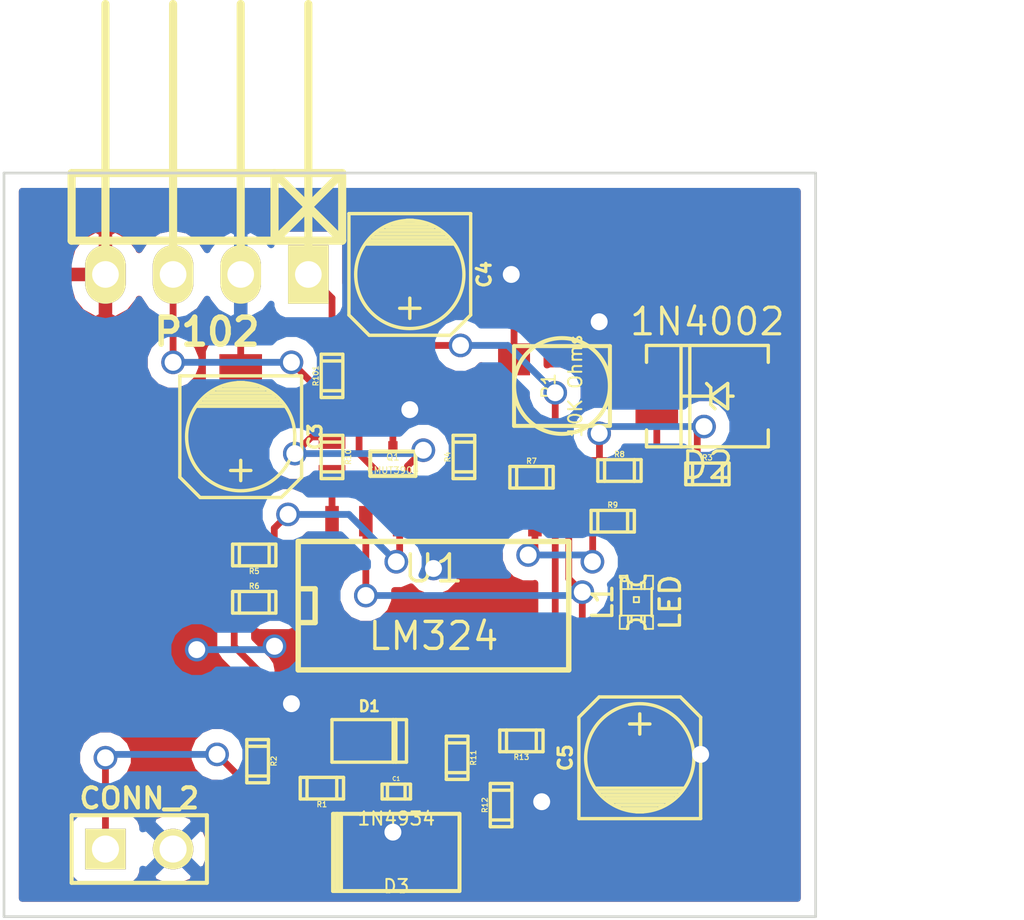
<source format=kicad_pcb>
(kicad_pcb (version 3) (host pcbnew "(2013-june-11)-stable")

  (general
    (links 49)
    (no_connects 0)
    (area 157.429999 71.983599 199.769999 106.730001)
    (thickness 1.6)
    (drawings 6)
    (tracks 158)
    (zones 0)
    (modules 27)
    (nets 19)
  )

  (page A3)
  (layers
    (15 F.Cu signal)
    (0 B.Cu signal)
    (16 B.Adhes user)
    (17 F.Adhes user)
    (18 B.Paste user)
    (19 F.Paste user)
    (20 B.SilkS user)
    (21 F.SilkS user)
    (22 B.Mask user)
    (23 F.Mask user)
    (24 Dwgs.User user)
    (25 Cmts.User user)
    (26 Eco1.User user)
    (27 Eco2.User user)
    (28 Edge.Cuts user)
  )

  (setup
    (last_trace_width 0.254)
    (trace_clearance 0.254)
    (zone_clearance 0.508)
    (zone_45_only no)
    (trace_min 0.254)
    (segment_width 0.2)
    (edge_width 0.1)
    (via_size 0.889)
    (via_drill 0.635)
    (via_min_size 0.889)
    (via_min_drill 0.508)
    (uvia_size 0.508)
    (uvia_drill 0.127)
    (uvias_allowed no)
    (uvia_min_size 0.508)
    (uvia_min_drill 0.127)
    (pcb_text_width 0.3)
    (pcb_text_size 1.5 1.5)
    (mod_edge_width 0.15)
    (mod_text_size 1 1)
    (mod_text_width 0.15)
    (pad_size 0.35 0.54)
    (pad_drill 0)
    (pad_to_mask_clearance 0)
    (aux_axis_origin 0 0)
    (visible_elements FFFFFFBF)
    (pcbplotparams
      (layerselection 3178497)
      (usegerberextensions true)
      (excludeedgelayer true)
      (linewidth 0.150000)
      (plotframeref false)
      (viasonmask false)
      (mode 1)
      (useauxorigin false)
      (hpglpennumber 1)
      (hpglpenspeed 20)
      (hpglpendiameter 15)
      (hpglpenoverlay 2)
      (psnegative false)
      (psa4output false)
      (plotreference true)
      (plotvalue true)
      (plotothertext true)
      (plotinvisibletext false)
      (padsonsilk false)
      (subtractmaskfromsilk false)
      (outputformat 1)
      (mirror false)
      (drillshape 1)
      (scaleselection 1)
      (outputdirectory ""))
  )

  (net 0 "")
  (net 1 +12V)
  (net 2 +3.3V)
  (net 3 GND)
  (net 4 N-000001)
  (net 5 N-0000010)
  (net 6 N-0000011)
  (net 7 N-0000012)
  (net 8 N-0000014)
  (net 9 N-0000016)
  (net 10 N-0000017)
  (net 11 N-0000019)
  (net 12 N-000002)
  (net 13 N-0000020)
  (net 14 N-0000021)
  (net 15 N-0000022)
  (net 16 N-000006)
  (net 17 N-000008)
  (net 18 N-000009)

  (net_class Default "This is the default net class."
    (clearance 0.254)
    (trace_width 0.254)
    (via_dia 0.889)
    (via_drill 0.635)
    (uvia_dia 0.508)
    (uvia_drill 0.127)
    (add_net "")
    (add_net +12V)
    (add_net +3.3V)
    (add_net GND)
    (add_net N-000001)
    (add_net N-0000010)
    (add_net N-0000011)
    (add_net N-0000012)
    (add_net N-0000014)
    (add_net N-0000016)
    (add_net N-0000017)
    (add_net N-0000019)
    (add_net N-000002)
    (add_net N-0000020)
    (add_net N-0000021)
    (add_net N-0000022)
    (add_net N-000006)
    (add_net N-000008)
    (add_net N-000009)
  )

  (module TC33X-2 (layer F.Cu) (tedit 5DCAE458) (tstamp 5DCC7511)
    (at 178.435 86.741 270)
    (path /5DCAB6EF)
    (fp_text reference P1 (at 0 0.5 270) (layer F.SilkS)
      (effects (font (size 0.5 0.5) (thickness 0.075)))
    )
    (fp_text value "10K Ohms" (at 0 -0.5 270) (layer F.SilkS)
      (effects (font (size 0.5 0.5) (thickness 0.075)))
    )
    (fp_circle (center 0 0) (end 1.8 0) (layer F.SilkS) (width 0.15))
    (fp_line (start -1.5 -1.8) (end 1.5 -1.8) (layer F.SilkS) (width 0.15))
    (fp_line (start 1.5 -1.8) (end 1.5 1.8) (layer F.SilkS) (width 0.15))
    (fp_line (start 1.5 1.8) (end -1.5 1.8) (layer F.SilkS) (width 0.15))
    (fp_line (start -1.5 1.8) (end -1.5 -1.8) (layer F.SilkS) (width 0.15))
    (pad 1 smd rect (at -1 1.8 270) (size 1.2 1.2)
      (layers F.Cu F.Paste F.Mask)
      (net 3 GND)
    )
    (pad 2 smd rect (at 0 -1.45 270) (size 1.6 1.5)
      (layers F.Cu F.Paste F.Mask)
      (net 3 GND)
    )
    (pad 3 smd rect (at 1 1.8 270) (size 1.2 1.2)
      (layers F.Cu F.Paste F.Mask)
      (net 11 N-0000019)
    )
  )

  (module SOT-523 (layer F.Cu) (tedit 5DCAEDAB) (tstamp 5DCC751C)
    (at 172.085 89.662 180)
    (path /5DCAEECC)
    (fp_text reference Q1 (at 0 0.25 180) (layer F.SilkS)
      (effects (font (size 0.25 0.25) (thickness 0.0375)))
    )
    (fp_text value CMUT3904 (at 0 -0.25 180) (layer F.SilkS)
      (effects (font (size 0.25 0.25) (thickness 0.0375)))
    )
    (fp_line (start -0.85 -0.46) (end 0.85 -0.46) (layer F.SilkS) (width 0.15))
    (fp_line (start 0.85 -0.46) (end 0.85 0.46) (layer F.SilkS) (width 0.15))
    (fp_line (start 0.85 0.46) (end -0.85 0.46) (layer F.SilkS) (width 0.15))
    (fp_line (start -0.85 0.46) (end -0.85 -0.46) (layer F.SilkS) (width 0.15))
    (pad 1 smd rect (at -0.55 -0.58 180) (size 0.35 0.54)
      (layers F.Cu F.Paste F.Mask)
      (net 6 N-0000011)
    )
    (pad 2 smd rect (at 0 0.58 180) (size 0.35 0.54)
      (layers F.Cu F.Paste F.Mask)
      (net 3 GND)
    )
    (pad 3 smd rect (at 0.55 -0.58 180) (size 0.35 0.54)
      (layers F.Cu F.Paste F.Mask)
      (net 7 N-0000012)
    )
  )

  (module sod123 (layer F.Cu) (tedit 515DD379) (tstamp 5DCC7528)
    (at 171.196 100.076)
    (descr SOD123)
    (path /5DCAB319)
    (fp_text reference D1 (at 0 -1.30048) (layer F.SilkS)
      (effects (font (size 0.4 0.4) (thickness 0.1)))
    )
    (fp_text value SD103 (at 0 1.19888) (layer F.SilkS) hide
      (effects (font (size 0.4 0.4) (thickness 0.1)))
    )
    (fp_line (start 0.89916 0.8001) (end 0.89916 -0.8001) (layer F.SilkS) (width 0.127))
    (fp_line (start 1.00076 -0.8001) (end 1.00076 0.8001) (layer F.SilkS) (width 0.127))
    (fp_line (start -1.39954 -0.8001) (end 1.39954 -0.8001) (layer F.SilkS) (width 0.127))
    (fp_line (start 1.39954 -0.8001) (end 1.39954 0.8001) (layer F.SilkS) (width 0.127))
    (fp_line (start 1.39954 0.8001) (end -1.39954 0.8001) (layer F.SilkS) (width 0.127))
    (fp_line (start -1.39954 0.8001) (end -1.39954 -0.8001) (layer F.SilkS) (width 0.127))
    (pad 2 smd rect (at 1.67386 0) (size 0.8509 0.8509)
      (layers F.Cu F.Paste F.Mask)
      (net 8 N-0000014)
    )
    (pad 1 smd rect (at -1.67386 0) (size 0.8509 0.8509)
      (layers F.Cu F.Paste F.Mask)
      (net 3 GND)
    )
    (model walter/smd_diode/sod123.wrl
      (at (xyz 0 0 0))
      (scale (xyz 1 1 1))
      (rotate (xyz 0 0 0))
    )
  )

  (module SO14N (layer F.Cu) (tedit 42806FE5) (tstamp 5DCC7541)
    (at 173.609 94.869)
    (descr "Module CMS SOJ 14 pins Large")
    (tags "CMS SOJ")
    (path /5DCAB424)
    (attr smd)
    (fp_text reference U1 (at 0 -1.27) (layer F.SilkS)
      (effects (font (size 1.016 1.143) (thickness 0.127)))
    )
    (fp_text value LM324 (at 0 1.27) (layer F.SilkS)
      (effects (font (size 1.016 1.016) (thickness 0.127)))
    )
    (fp_line (start 5.08 -2.286) (end 5.08 2.54) (layer F.SilkS) (width 0.2032))
    (fp_line (start 5.08 2.54) (end -5.08 2.54) (layer F.SilkS) (width 0.2032))
    (fp_line (start -5.08 2.54) (end -5.08 -2.286) (layer F.SilkS) (width 0.2032))
    (fp_line (start -5.08 -2.286) (end 5.08 -2.286) (layer F.SilkS) (width 0.2032))
    (fp_line (start -5.08 -0.508) (end -4.445 -0.508) (layer F.SilkS) (width 0.2032))
    (fp_line (start -4.445 -0.508) (end -4.445 0.762) (layer F.SilkS) (width 0.2032))
    (fp_line (start -4.445 0.762) (end -5.08 0.762) (layer F.SilkS) (width 0.2032))
    (pad 1 smd rect (at -3.81 3.302) (size 0.508 1.143)
      (layers F.Cu F.Paste F.Mask)
    )
    (pad 2 smd rect (at -2.54 3.302) (size 0.508 1.143)
      (layers F.Cu F.Paste F.Mask)
    )
    (pad 3 smd rect (at -1.27 3.302) (size 0.508 1.143)
      (layers F.Cu F.Paste F.Mask)
    )
    (pad 4 smd rect (at 0 3.302) (size 0.508 1.143)
      (layers F.Cu F.Paste F.Mask)
      (net 1 +12V)
    )
    (pad 5 smd rect (at 1.27 3.302) (size 0.508 1.143)
      (layers F.Cu F.Paste F.Mask)
      (net 9 N-0000016)
    )
    (pad 6 smd rect (at 2.54 3.302) (size 0.508 1.143)
      (layers F.Cu F.Paste F.Mask)
      (net 13 N-0000020)
    )
    (pad 7 smd rect (at 3.81 3.302) (size 0.508 1.143)
      (layers F.Cu F.Paste F.Mask)
      (net 14 N-0000021)
    )
    (pad 8 smd rect (at 3.81 -3.048) (size 0.508 1.143)
      (layers F.Cu F.Paste F.Mask)
      (net 18 N-000009)
    )
    (pad 9 smd rect (at 2.54 -3.048) (size 0.508 1.143)
      (layers F.Cu F.Paste F.Mask)
      (net 15 N-0000022)
    )
    (pad 11 smd rect (at 0 -3.048) (size 0.508 1.143)
      (layers F.Cu F.Paste F.Mask)
      (net 3 GND)
    )
    (pad 12 smd rect (at -1.27 -3.048) (size 0.508 1.143)
      (layers F.Cu F.Paste F.Mask)
      (net 16 N-000006)
    )
    (pad 13 smd rect (at -2.54 -3.048) (size 0.508 1.143)
      (layers F.Cu F.Paste F.Mask)
      (net 12 N-000002)
    )
    (pad 14 smd rect (at -3.81 -3.048) (size 0.508 1.143)
      (layers F.Cu F.Paste F.Mask)
      (net 5 N-0000010)
    )
    (pad 10 smd rect (at 1.27 -3.048) (size 0.508 1.143)
      (layers F.Cu F.Paste F.Mask)
      (net 11 N-0000019)
    )
    (model smd/cms_so14.wrl
      (at (xyz 0 0 0))
      (scale (xyz 0.5 0.4 0.5))
      (rotate (xyz 0 0 0))
    )
  )

  (module ScrewTerm2.54-2 (layer F.Cu) (tedit 594CFC1E) (tstamp 5DCC754B)
    (at 162.56 104.14)
    (descr "Connecteurs 2 pins")
    (tags "CONN DEV")
    (path /5DCAB101)
    (fp_text reference P101 (at -2.7 -1.9) (layer F.SilkS) hide
      (effects (font (size 0.762 0.762) (thickness 0.1524)))
    )
    (fp_text value CONN_2 (at 0 -1.905) (layer F.SilkS)
      (effects (font (size 0.762 0.762) (thickness 0.1524)))
    )
    (fp_line (start -2.54 1.27) (end -2.54 -1.27) (layer F.SilkS) (width 0.1524))
    (fp_line (start -2.54 -1.27) (end 2.54 -1.27) (layer F.SilkS) (width 0.1524))
    (fp_line (start 2.54 -1.27) (end 2.54 1.27) (layer F.SilkS) (width 0.1524))
    (fp_line (start 2.54 1.27) (end -2.54 1.27) (layer F.SilkS) (width 0.1524))
    (pad 1 thru_hole rect (at -1.27 0 90) (size 1.524 1.524) (drill 1.016)
      (layers *.Cu *.Mask F.SilkS)
      (net 10 N-0000017)
    )
    (pad 2 thru_hole circle (at 1.27 0 90) (size 1.524 1.524) (drill 1.016)
      (layers *.Cu *.Mask F.SilkS)
      (net 3 GND)
    )
    (model walter/conn_screw/mors_2p.wrl
      (at (xyz 0 0 0))
      (scale (xyz 0.5 0.5 0.5))
      (rotate (xyz 0 0 180))
    )
  )

  (module LED-0805 (layer F.Cu) (tedit 49DC4C0B) (tstamp 5DCC7586)
    (at 181.229 94.869 90)
    (descr "LED 0805 smd package")
    (tags "LED 0805 SMD")
    (path /5DCAB845)
    (attr smd)
    (fp_text reference L1 (at 0 -1.27 90) (layer F.SilkS)
      (effects (font (size 0.762 0.762) (thickness 0.127)))
    )
    (fp_text value LED (at 0 1.27 90) (layer F.SilkS)
      (effects (font (size 0.762 0.762) (thickness 0.127)))
    )
    (fp_line (start 0.49784 0.29972) (end 0.49784 0.62484) (layer F.SilkS) (width 0.06604))
    (fp_line (start 0.49784 0.62484) (end 0.99822 0.62484) (layer F.SilkS) (width 0.06604))
    (fp_line (start 0.99822 0.29972) (end 0.99822 0.62484) (layer F.SilkS) (width 0.06604))
    (fp_line (start 0.49784 0.29972) (end 0.99822 0.29972) (layer F.SilkS) (width 0.06604))
    (fp_line (start 0.49784 -0.32258) (end 0.49784 -0.17272) (layer F.SilkS) (width 0.06604))
    (fp_line (start 0.49784 -0.17272) (end 0.7493 -0.17272) (layer F.SilkS) (width 0.06604))
    (fp_line (start 0.7493 -0.32258) (end 0.7493 -0.17272) (layer F.SilkS) (width 0.06604))
    (fp_line (start 0.49784 -0.32258) (end 0.7493 -0.32258) (layer F.SilkS) (width 0.06604))
    (fp_line (start 0.49784 0.17272) (end 0.49784 0.32258) (layer F.SilkS) (width 0.06604))
    (fp_line (start 0.49784 0.32258) (end 0.7493 0.32258) (layer F.SilkS) (width 0.06604))
    (fp_line (start 0.7493 0.17272) (end 0.7493 0.32258) (layer F.SilkS) (width 0.06604))
    (fp_line (start 0.49784 0.17272) (end 0.7493 0.17272) (layer F.SilkS) (width 0.06604))
    (fp_line (start 0.49784 -0.19812) (end 0.49784 0.19812) (layer F.SilkS) (width 0.06604))
    (fp_line (start 0.49784 0.19812) (end 0.6731 0.19812) (layer F.SilkS) (width 0.06604))
    (fp_line (start 0.6731 -0.19812) (end 0.6731 0.19812) (layer F.SilkS) (width 0.06604))
    (fp_line (start 0.49784 -0.19812) (end 0.6731 -0.19812) (layer F.SilkS) (width 0.06604))
    (fp_line (start -0.99822 0.29972) (end -0.99822 0.62484) (layer F.SilkS) (width 0.06604))
    (fp_line (start -0.99822 0.62484) (end -0.49784 0.62484) (layer F.SilkS) (width 0.06604))
    (fp_line (start -0.49784 0.29972) (end -0.49784 0.62484) (layer F.SilkS) (width 0.06604))
    (fp_line (start -0.99822 0.29972) (end -0.49784 0.29972) (layer F.SilkS) (width 0.06604))
    (fp_line (start -0.99822 -0.62484) (end -0.99822 -0.29972) (layer F.SilkS) (width 0.06604))
    (fp_line (start -0.99822 -0.29972) (end -0.49784 -0.29972) (layer F.SilkS) (width 0.06604))
    (fp_line (start -0.49784 -0.62484) (end -0.49784 -0.29972) (layer F.SilkS) (width 0.06604))
    (fp_line (start -0.99822 -0.62484) (end -0.49784 -0.62484) (layer F.SilkS) (width 0.06604))
    (fp_line (start -0.7493 0.17272) (end -0.7493 0.32258) (layer F.SilkS) (width 0.06604))
    (fp_line (start -0.7493 0.32258) (end -0.49784 0.32258) (layer F.SilkS) (width 0.06604))
    (fp_line (start -0.49784 0.17272) (end -0.49784 0.32258) (layer F.SilkS) (width 0.06604))
    (fp_line (start -0.7493 0.17272) (end -0.49784 0.17272) (layer F.SilkS) (width 0.06604))
    (fp_line (start -0.7493 -0.32258) (end -0.7493 -0.17272) (layer F.SilkS) (width 0.06604))
    (fp_line (start -0.7493 -0.17272) (end -0.49784 -0.17272) (layer F.SilkS) (width 0.06604))
    (fp_line (start -0.49784 -0.32258) (end -0.49784 -0.17272) (layer F.SilkS) (width 0.06604))
    (fp_line (start -0.7493 -0.32258) (end -0.49784 -0.32258) (layer F.SilkS) (width 0.06604))
    (fp_line (start -0.6731 -0.19812) (end -0.6731 0.19812) (layer F.SilkS) (width 0.06604))
    (fp_line (start -0.6731 0.19812) (end -0.49784 0.19812) (layer F.SilkS) (width 0.06604))
    (fp_line (start -0.49784 -0.19812) (end -0.49784 0.19812) (layer F.SilkS) (width 0.06604))
    (fp_line (start -0.6731 -0.19812) (end -0.49784 -0.19812) (layer F.SilkS) (width 0.06604))
    (fp_line (start 0 -0.09906) (end 0 0.09906) (layer F.SilkS) (width 0.06604))
    (fp_line (start 0 0.09906) (end 0.19812 0.09906) (layer F.SilkS) (width 0.06604))
    (fp_line (start 0.19812 -0.09906) (end 0.19812 0.09906) (layer F.SilkS) (width 0.06604))
    (fp_line (start 0 -0.09906) (end 0.19812 -0.09906) (layer F.SilkS) (width 0.06604))
    (fp_line (start 0.49784 -0.59944) (end 0.49784 -0.29972) (layer F.SilkS) (width 0.06604))
    (fp_line (start 0.49784 -0.29972) (end 0.79756 -0.29972) (layer F.SilkS) (width 0.06604))
    (fp_line (start 0.79756 -0.59944) (end 0.79756 -0.29972) (layer F.SilkS) (width 0.06604))
    (fp_line (start 0.49784 -0.59944) (end 0.79756 -0.59944) (layer F.SilkS) (width 0.06604))
    (fp_line (start 0.92456 -0.62484) (end 0.92456 -0.39878) (layer F.SilkS) (width 0.06604))
    (fp_line (start 0.92456 -0.39878) (end 0.99822 -0.39878) (layer F.SilkS) (width 0.06604))
    (fp_line (start 0.99822 -0.62484) (end 0.99822 -0.39878) (layer F.SilkS) (width 0.06604))
    (fp_line (start 0.92456 -0.62484) (end 0.99822 -0.62484) (layer F.SilkS) (width 0.06604))
    (fp_line (start 0.52324 0.57404) (end -0.52324 0.57404) (layer F.SilkS) (width 0.1016))
    (fp_line (start -0.49784 -0.57404) (end 0.92456 -0.57404) (layer F.SilkS) (width 0.1016))
    (fp_circle (center 0.84836 -0.44958) (end 0.89916 -0.50038) (layer F.SilkS) (width 0.0508))
    (fp_arc (start 0.99822 0) (end 0.99822 0.34798) (angle 180) (layer F.SilkS) (width 0.1016))
    (fp_arc (start -0.99822 0) (end -0.99822 -0.34798) (angle 180) (layer F.SilkS) (width 0.1016))
    (pad 1 smd rect (at -1.04902 0 90) (size 1.19888 1.19888)
      (layers F.Cu F.Paste F.Mask)
      (net 1 +12V)
    )
    (pad 2 smd rect (at 1.04902 0 90) (size 1.19888 1.19888)
      (layers F.Cu F.Paste F.Mask)
      (net 17 N-000008)
    )
  )

  (module DO-214BA (layer F.Cu) (tedit 5DCAD9D9) (tstamp 5DCC7592)
    (at 172.212 104.267 180)
    (path /5DCAB2C0)
    (fp_text reference D3 (at 0 -1.27 180) (layer F.SilkS)
      (effects (font (size 0.5 0.5) (thickness 0.075)))
    )
    (fp_text value 1N4934 (at 0 1.27 180) (layer F.SilkS)
      (effects (font (size 0.5 0.5) (thickness 0.075)))
    )
    (fp_line (start 2.075 -1.45) (end 2.075 1.45) (layer F.SilkS) (width 0.15))
    (fp_line (start 2.225 -1.45) (end 2.225 1.45) (layer F.SilkS) (width 0.15))
    (fp_line (start -2.375 -1.45) (end 2.375 -1.45) (layer F.SilkS) (width 0.15))
    (fp_line (start 2.375 -1.45) (end 2.375 1.45) (layer F.SilkS) (width 0.15))
    (fp_line (start 2.375 1.45) (end -2.375 1.45) (layer F.SilkS) (width 0.15))
    (fp_line (start -2.375 1.45) (end -2.375 -1.45) (layer F.SilkS) (width 0.15))
    (pad 1 smd rect (at -2.03 0 180) (size 1.52 1.68)
      (layers F.Cu F.Paste F.Mask)
      (net 8 N-0000014)
    )
    (pad 2 smd rect (at 2.03 0 180) (size 1.52 1.68)
      (layers F.Cu F.Paste F.Mask)
      (net 1 +12V)
    )
  )

  (module "DO-214AC(SMA)" (layer F.Cu) (tedit 50924EEA) (tstamp 5DCC75AA)
    (at 183.896 87.122 180)
    (descr "DO-214AC (SMA)  PACKAGE.")
    (tags "DO-214AC SMA")
    (path /5DCAB930)
    (attr smd)
    (fp_text reference D2 (at 0 -2.60096 180) (layer F.SilkS)
      (effects (font (size 1.00076 1.00076) (thickness 0.11938)))
    )
    (fp_text value 1N4002 (at 0 2.79908 180) (layer F.SilkS)
      (effects (font (size 1.00076 1.00076) (thickness 0.11938)))
    )
    (fp_line (start -0.762 0) (end -0.9652 0) (layer F.SilkS) (width 0.127))
    (fp_line (start -2.286 -1.905) (end 2.286 -1.905) (layer F.SilkS) (width 0.127))
    (fp_line (start 2.286 -1.905) (end 2.286 -1.27) (layer F.SilkS) (width 0.127))
    (fp_line (start 0.6604 1.905) (end 0.6604 -1.905) (layer F.SilkS) (width 0.127))
    (fp_line (start 0.9906 1.905) (end 0.9906 -1.905) (layer F.SilkS) (width 0.127))
    (fp_line (start -2.286 1.27) (end -2.286 1.905) (layer F.SilkS) (width 0.127))
    (fp_line (start -2.286 1.905) (end 2.286 1.905) (layer F.SilkS) (width 0.127))
    (fp_line (start 2.286 1.905) (end 2.286 1.27) (layer F.SilkS) (width 0.127))
    (fp_line (start -2.286 -1.27) (end -2.286 -1.905) (layer F.SilkS) (width 0.127))
    (fp_line (start -0.127 0) (end -0.762 -0.47498) (layer F.SilkS) (width 0.127))
    (fp_line (start -0.762 -0.47498) (end -0.762 0) (layer F.SilkS) (width 0.127))
    (fp_line (start -0.762 0) (end -0.762 0.47498) (layer F.SilkS) (width 0.127))
    (fp_line (start -0.762 0.47498) (end -0.127 0) (layer F.SilkS) (width 0.127))
    (fp_line (start -0.127 0) (end -0.127 -0.3175) (layer F.SilkS) (width 0.127))
    (fp_line (start -0.127 -0.3175) (end -0.28448 -0.47498) (layer F.SilkS) (width 0.127))
    (fp_line (start -0.127 0) (end -0.127 0.3175) (layer F.SilkS) (width 0.127))
    (fp_line (start -0.127 0.3175) (end 0.03048 0.47498) (layer F.SilkS) (width 0.127))
    (fp_line (start -0.127 0) (end 0.98298 0) (layer F.SilkS) (width 0.127))
    (pad 1 smd rect (at -1.89992 0 180) (size 1.6002 2.19964)
      (layers F.Cu F.Paste F.Mask)
      (net 4 N-000001)
    )
    (pad 2 smd rect (at 1.89992 0 180) (size 1.6002 2.19964)
      (layers F.Cu F.Paste F.Mask)
      (net 18 N-000009)
    )
    (model smd/do214.wrl
      (at (xyz 0 0 0))
      (scale (xyz 0.95 0.95 0.95))
      (rotate (xyz 0 0 0))
    )
  )

  (module c_elec_4x5.3 (layer F.Cu) (tedit 49F5A3DC) (tstamp 5DCC75C1)
    (at 172.72 82.55 270)
    (descr "SMT capacitor, aluminium electrolytic, 4x5.3")
    (path /5DCAB53C)
    (fp_text reference C4 (at 0 -2.794 270) (layer F.SilkS)
      (effects (font (size 0.50038 0.50038) (thickness 0.11938)))
    )
    (fp_text value "1 uf, 35V" (at 0 2.794 270) (layer F.SilkS) hide
      (effects (font (size 0.50038 0.50038) (thickness 0.11938)))
    )
    (fp_line (start 1.651 0) (end 0.889 0) (layer F.SilkS) (width 0.127))
    (fp_line (start 1.27 -0.381) (end 1.27 0.381) (layer F.SilkS) (width 0.127))
    (fp_line (start 1.524 2.286) (end -2.286 2.286) (layer F.SilkS) (width 0.127))
    (fp_line (start 2.286 -1.524) (end 2.286 1.524) (layer F.SilkS) (width 0.127))
    (fp_line (start 1.524 2.286) (end 2.286 1.524) (layer F.SilkS) (width 0.127))
    (fp_line (start 1.524 -2.286) (end -2.286 -2.286) (layer F.SilkS) (width 0.127))
    (fp_line (start 1.524 -2.286) (end 2.286 -1.524) (layer F.SilkS) (width 0.127))
    (fp_line (start -2.032 0.127) (end -2.032 -0.127) (layer F.SilkS) (width 0.127))
    (fp_line (start -1.905 -0.635) (end -1.905 0.635) (layer F.SilkS) (width 0.127))
    (fp_line (start -1.778 0.889) (end -1.778 -0.889) (layer F.SilkS) (width 0.127))
    (fp_line (start -1.651 1.143) (end -1.651 -1.143) (layer F.SilkS) (width 0.127))
    (fp_line (start -1.524 -1.27) (end -1.524 1.27) (layer F.SilkS) (width 0.127))
    (fp_line (start -1.397 1.397) (end -1.397 -1.397) (layer F.SilkS) (width 0.127))
    (fp_line (start -1.27 -1.524) (end -1.27 1.524) (layer F.SilkS) (width 0.127))
    (fp_line (start -1.143 -1.651) (end -1.143 1.651) (layer F.SilkS) (width 0.127))
    (fp_circle (center 0 0) (end -2.032 0) (layer F.SilkS) (width 0.127))
    (fp_line (start -2.286 -2.286) (end -2.286 2.286) (layer F.SilkS) (width 0.127))
    (pad 1 smd rect (at 1.80086 0 270) (size 2.60096 1.6002)
      (layers F.Cu F.Paste F.Mask)
      (net 15 N-0000022)
    )
    (pad 2 smd rect (at -1.80086 0 270) (size 2.60096 1.6002)
      (layers F.Cu F.Paste F.Mask)
      (net 3 GND)
    )
    (model smd/capacitors/c_elec_4x5_3.wrl
      (at (xyz 0 0 0))
      (scale (xyz 1 1 1))
      (rotate (xyz 0 0 0))
    )
  )

  (module c_elec_4x5.3 (layer F.Cu) (tedit 49F5A3DC) (tstamp 5DCC75D8)
    (at 181.356 100.711 90)
    (descr "SMT capacitor, aluminium electrolytic, 4x5.3")
    (path /5DCABA3C)
    (fp_text reference C5 (at 0 -2.794 90) (layer F.SilkS)
      (effects (font (size 0.50038 0.50038) (thickness 0.11938)))
    )
    (fp_text value "1 uf, 35V" (at 0 2.794 90) (layer F.SilkS) hide
      (effects (font (size 0.50038 0.50038) (thickness 0.11938)))
    )
    (fp_line (start 1.651 0) (end 0.889 0) (layer F.SilkS) (width 0.127))
    (fp_line (start 1.27 -0.381) (end 1.27 0.381) (layer F.SilkS) (width 0.127))
    (fp_line (start 1.524 2.286) (end -2.286 2.286) (layer F.SilkS) (width 0.127))
    (fp_line (start 2.286 -1.524) (end 2.286 1.524) (layer F.SilkS) (width 0.127))
    (fp_line (start 1.524 2.286) (end 2.286 1.524) (layer F.SilkS) (width 0.127))
    (fp_line (start 1.524 -2.286) (end -2.286 -2.286) (layer F.SilkS) (width 0.127))
    (fp_line (start 1.524 -2.286) (end 2.286 -1.524) (layer F.SilkS) (width 0.127))
    (fp_line (start -2.032 0.127) (end -2.032 -0.127) (layer F.SilkS) (width 0.127))
    (fp_line (start -1.905 -0.635) (end -1.905 0.635) (layer F.SilkS) (width 0.127))
    (fp_line (start -1.778 0.889) (end -1.778 -0.889) (layer F.SilkS) (width 0.127))
    (fp_line (start -1.651 1.143) (end -1.651 -1.143) (layer F.SilkS) (width 0.127))
    (fp_line (start -1.524 -1.27) (end -1.524 1.27) (layer F.SilkS) (width 0.127))
    (fp_line (start -1.397 1.397) (end -1.397 -1.397) (layer F.SilkS) (width 0.127))
    (fp_line (start -1.27 -1.524) (end -1.27 1.524) (layer F.SilkS) (width 0.127))
    (fp_line (start -1.143 -1.651) (end -1.143 1.651) (layer F.SilkS) (width 0.127))
    (fp_circle (center 0 0) (end -2.032 0) (layer F.SilkS) (width 0.127))
    (fp_line (start -2.286 -2.286) (end -2.286 2.286) (layer F.SilkS) (width 0.127))
    (pad 1 smd rect (at 1.80086 0 90) (size 2.60096 1.6002)
      (layers F.Cu F.Paste F.Mask)
      (net 12 N-000002)
    )
    (pad 2 smd rect (at -1.80086 0 90) (size 2.60096 1.6002)
      (layers F.Cu F.Paste F.Mask)
      (net 3 GND)
    )
    (model smd/capacitors/c_elec_4x5_3.wrl
      (at (xyz 0 0 0))
      (scale (xyz 1 1 1))
      (rotate (xyz 0 0 0))
    )
  )

  (module c_elec_4x5.3 (layer F.Cu) (tedit 49F5A3DC) (tstamp 5DCC75EF)
    (at 166.37 88.646 270)
    (descr "SMT capacitor, aluminium electrolytic, 4x5.3")
    (path /5DCAB1F0)
    (fp_text reference C3 (at 0 -2.794 270) (layer F.SilkS)
      (effects (font (size 0.50038 0.50038) (thickness 0.11938)))
    )
    (fp_text value "1 uf, 35V" (at 0 2.794 270) (layer F.SilkS) hide
      (effects (font (size 0.50038 0.50038) (thickness 0.11938)))
    )
    (fp_line (start 1.651 0) (end 0.889 0) (layer F.SilkS) (width 0.127))
    (fp_line (start 1.27 -0.381) (end 1.27 0.381) (layer F.SilkS) (width 0.127))
    (fp_line (start 1.524 2.286) (end -2.286 2.286) (layer F.SilkS) (width 0.127))
    (fp_line (start 2.286 -1.524) (end 2.286 1.524) (layer F.SilkS) (width 0.127))
    (fp_line (start 1.524 2.286) (end 2.286 1.524) (layer F.SilkS) (width 0.127))
    (fp_line (start 1.524 -2.286) (end -2.286 -2.286) (layer F.SilkS) (width 0.127))
    (fp_line (start 1.524 -2.286) (end 2.286 -1.524) (layer F.SilkS) (width 0.127))
    (fp_line (start -2.032 0.127) (end -2.032 -0.127) (layer F.SilkS) (width 0.127))
    (fp_line (start -1.905 -0.635) (end -1.905 0.635) (layer F.SilkS) (width 0.127))
    (fp_line (start -1.778 0.889) (end -1.778 -0.889) (layer F.SilkS) (width 0.127))
    (fp_line (start -1.651 1.143) (end -1.651 -1.143) (layer F.SilkS) (width 0.127))
    (fp_line (start -1.524 -1.27) (end -1.524 1.27) (layer F.SilkS) (width 0.127))
    (fp_line (start -1.397 1.397) (end -1.397 -1.397) (layer F.SilkS) (width 0.127))
    (fp_line (start -1.27 -1.524) (end -1.27 1.524) (layer F.SilkS) (width 0.127))
    (fp_line (start -1.143 -1.651) (end -1.143 1.651) (layer F.SilkS) (width 0.127))
    (fp_circle (center 0 0) (end -2.032 0) (layer F.SilkS) (width 0.127))
    (fp_line (start -2.286 -2.286) (end -2.286 2.286) (layer F.SilkS) (width 0.127))
    (pad 1 smd rect (at 1.80086 0 270) (size 2.60096 1.6002)
      (layers F.Cu F.Paste F.Mask)
      (net 1 +12V)
    )
    (pad 2 smd rect (at -1.80086 0 270) (size 2.60096 1.6002)
      (layers F.Cu F.Paste F.Mask)
      (net 3 GND)
    )
    (model smd/capacitors/c_elec_4x5_3.wrl
      (at (xyz 0 0 0))
      (scale (xyz 1 1 1))
      (rotate (xyz 0 0 0))
    )
  )

  (module c_0402 (layer F.Cu) (tedit 49047259) (tstamp 5DCC75FB)
    (at 172.212 101.981)
    (descr "SMT capacitor, 0402")
    (path /5DCAB39F)
    (fp_text reference C1 (at 0 -0.4826) (layer F.SilkS)
      (effects (font (size 0.1524 0.1524) (thickness 0.03048)))
    )
    (fp_text value ".01 uf" (at 0 0.4826) (layer F.SilkS) hide
      (effects (font (size 0.1524 0.1524) (thickness 0.03048)))
    )
    (fp_line (start 0.3302 -0.2794) (end 0.3302 0.2794) (layer F.SilkS) (width 0.127))
    (fp_line (start -0.3302 -0.2794) (end -0.3302 0.2794) (layer F.SilkS) (width 0.127))
    (fp_line (start -0.5334 -0.2794) (end -0.5334 0.2794) (layer F.SilkS) (width 0.127))
    (fp_line (start -0.5334 0.2794) (end 0.5334 0.2794) (layer F.SilkS) (width 0.127))
    (fp_line (start 0.5334 0.2794) (end 0.5334 -0.2794) (layer F.SilkS) (width 0.127))
    (fp_line (start 0.5334 -0.2794) (end -0.5334 -0.2794) (layer F.SilkS) (width 0.127))
    (pad 1 smd rect (at 0.54864 0) (size 0.8001 0.6985)
      (layers F.Cu F.Paste F.Mask)
      (net 8 N-0000014)
    )
    (pad 2 smd rect (at -0.54864 0) (size 0.8001 0.6985)
      (layers F.Cu F.Paste F.Mask)
      (net 3 GND)
    )
    (model smd/capacitors/c_0402.wrl
      (at (xyz 0 0 0))
      (scale (xyz 1 1 1))
      (rotate (xyz 0 0 0))
    )
  )

  (module r_0603 (layer F.Cu) (tedit 49047332) (tstamp 5DCC7607)
    (at 167.005 100.838 270)
    (descr "SMT resistor, 0603")
    (path /5DCAB13D)
    (fp_text reference R2 (at 0 -0.6096 270) (layer F.SilkS)
      (effects (font (size 0.20066 0.20066) (thickness 0.04064)))
    )
    (fp_text value "1K Ohms" (at 0 0.6096 270) (layer F.SilkS) hide
      (effects (font (size 0.20066 0.20066) (thickness 0.04064)))
    )
    (fp_line (start 0.5588 0.4064) (end 0.5588 -0.4064) (layer F.SilkS) (width 0.127))
    (fp_line (start -0.5588 -0.381) (end -0.5588 0.4064) (layer F.SilkS) (width 0.127))
    (fp_line (start -0.8128 -0.4064) (end 0.8128 -0.4064) (layer F.SilkS) (width 0.127))
    (fp_line (start 0.8128 -0.4064) (end 0.8128 0.4064) (layer F.SilkS) (width 0.127))
    (fp_line (start 0.8128 0.4064) (end -0.8128 0.4064) (layer F.SilkS) (width 0.127))
    (fp_line (start -0.8128 0.4064) (end -0.8128 -0.4064) (layer F.SilkS) (width 0.127))
    (pad 1 smd rect (at 0.75184 0 270) (size 0.89916 1.00076)
      (layers F.Cu F.Paste F.Mask)
      (net 10 N-0000017)
    )
    (pad 2 smd rect (at -0.75184 0 270) (size 0.89916 1.00076)
      (layers F.Cu F.Paste F.Mask)
      (net 3 GND)
    )
    (model walter/smd_resistors/r_0603.wrl
      (at (xyz 0 0 0))
      (scale (xyz 1 1 1))
      (rotate (xyz 0 0 0))
    )
  )

  (module r_0603 (layer F.Cu) (tedit 49047332) (tstamp 5DCC7613)
    (at 169.418 101.854 180)
    (descr "SMT resistor, 0603")
    (path /5DCAB15D)
    (fp_text reference R1 (at 0 -0.6096 180) (layer F.SilkS)
      (effects (font (size 0.20066 0.20066) (thickness 0.04064)))
    )
    (fp_text value "1K Ohms" (at 0 0.6096 180) (layer F.SilkS) hide
      (effects (font (size 0.20066 0.20066) (thickness 0.04064)))
    )
    (fp_line (start 0.5588 0.4064) (end 0.5588 -0.4064) (layer F.SilkS) (width 0.127))
    (fp_line (start -0.5588 -0.381) (end -0.5588 0.4064) (layer F.SilkS) (width 0.127))
    (fp_line (start -0.8128 -0.4064) (end 0.8128 -0.4064) (layer F.SilkS) (width 0.127))
    (fp_line (start 0.8128 -0.4064) (end 0.8128 0.4064) (layer F.SilkS) (width 0.127))
    (fp_line (start 0.8128 0.4064) (end -0.8128 0.4064) (layer F.SilkS) (width 0.127))
    (fp_line (start -0.8128 0.4064) (end -0.8128 -0.4064) (layer F.SilkS) (width 0.127))
    (pad 1 smd rect (at 0.75184 0 180) (size 0.89916 1.00076)
      (layers F.Cu F.Paste F.Mask)
      (net 10 N-0000017)
    )
    (pad 2 smd rect (at -0.75184 0 180) (size 0.89916 1.00076)
      (layers F.Cu F.Paste F.Mask)
      (net 8 N-0000014)
    )
    (model walter/smd_resistors/r_0603.wrl
      (at (xyz 0 0 0))
      (scale (xyz 1 1 1))
      (rotate (xyz 0 0 0))
    )
  )

  (module r_0603 (layer F.Cu) (tedit 49047332) (tstamp 5DCC761F)
    (at 174.498 100.711 270)
    (descr "SMT resistor, 0603")
    (path /5DCAB3DA)
    (fp_text reference R11 (at 0 -0.6096 270) (layer F.SilkS)
      (effects (font (size 0.20066 0.20066) (thickness 0.04064)))
    )
    (fp_text value "10K Ohms" (at 0 0.6096 270) (layer F.SilkS) hide
      (effects (font (size 0.20066 0.20066) (thickness 0.04064)))
    )
    (fp_line (start 0.5588 0.4064) (end 0.5588 -0.4064) (layer F.SilkS) (width 0.127))
    (fp_line (start -0.5588 -0.381) (end -0.5588 0.4064) (layer F.SilkS) (width 0.127))
    (fp_line (start -0.8128 -0.4064) (end 0.8128 -0.4064) (layer F.SilkS) (width 0.127))
    (fp_line (start 0.8128 -0.4064) (end 0.8128 0.4064) (layer F.SilkS) (width 0.127))
    (fp_line (start 0.8128 0.4064) (end -0.8128 0.4064) (layer F.SilkS) (width 0.127))
    (fp_line (start -0.8128 0.4064) (end -0.8128 -0.4064) (layer F.SilkS) (width 0.127))
    (pad 1 smd rect (at 0.75184 0 270) (size 0.89916 1.00076)
      (layers F.Cu F.Paste F.Mask)
      (net 8 N-0000014)
    )
    (pad 2 smd rect (at -0.75184 0 270) (size 0.89916 1.00076)
      (layers F.Cu F.Paste F.Mask)
      (net 9 N-0000016)
    )
    (model walter/smd_resistors/r_0603.wrl
      (at (xyz 0 0 0))
      (scale (xyz 1 1 1))
      (rotate (xyz 0 0 0))
    )
  )

  (module r_0603 (layer F.Cu) (tedit 49047332) (tstamp 5DCC762B)
    (at 176.149 102.489 90)
    (descr "SMT resistor, 0603")
    (path /5DCAB44F)
    (fp_text reference R12 (at 0 -0.6096 90) (layer F.SilkS)
      (effects (font (size 0.20066 0.20066) (thickness 0.04064)))
    )
    (fp_text value "10K Ohms" (at 0 0.6096 90) (layer F.SilkS) hide
      (effects (font (size 0.20066 0.20066) (thickness 0.04064)))
    )
    (fp_line (start 0.5588 0.4064) (end 0.5588 -0.4064) (layer F.SilkS) (width 0.127))
    (fp_line (start -0.5588 -0.381) (end -0.5588 0.4064) (layer F.SilkS) (width 0.127))
    (fp_line (start -0.8128 -0.4064) (end 0.8128 -0.4064) (layer F.SilkS) (width 0.127))
    (fp_line (start 0.8128 -0.4064) (end 0.8128 0.4064) (layer F.SilkS) (width 0.127))
    (fp_line (start 0.8128 0.4064) (end -0.8128 0.4064) (layer F.SilkS) (width 0.127))
    (fp_line (start -0.8128 0.4064) (end -0.8128 -0.4064) (layer F.SilkS) (width 0.127))
    (pad 1 smd rect (at 0.75184 0 90) (size 0.89916 1.00076)
      (layers F.Cu F.Paste F.Mask)
      (net 13 N-0000020)
    )
    (pad 2 smd rect (at -0.75184 0 90) (size 0.89916 1.00076)
      (layers F.Cu F.Paste F.Mask)
      (net 3 GND)
    )
    (model walter/smd_resistors/r_0603.wrl
      (at (xyz 0 0 0))
      (scale (xyz 1 1 1))
      (rotate (xyz 0 0 0))
    )
  )

  (module r_0603 (layer F.Cu) (tedit 49047332) (tstamp 5DCC7637)
    (at 176.911 100.076 180)
    (descr "SMT resistor, 0603")
    (path /5DCAB49D)
    (fp_text reference R13 (at 0 -0.6096 180) (layer F.SilkS)
      (effects (font (size 0.20066 0.20066) (thickness 0.04064)))
    )
    (fp_text value "1M Ohms" (at 0 0.6096 180) (layer F.SilkS) hide
      (effects (font (size 0.20066 0.20066) (thickness 0.04064)))
    )
    (fp_line (start 0.5588 0.4064) (end 0.5588 -0.4064) (layer F.SilkS) (width 0.127))
    (fp_line (start -0.5588 -0.381) (end -0.5588 0.4064) (layer F.SilkS) (width 0.127))
    (fp_line (start -0.8128 -0.4064) (end 0.8128 -0.4064) (layer F.SilkS) (width 0.127))
    (fp_line (start 0.8128 -0.4064) (end 0.8128 0.4064) (layer F.SilkS) (width 0.127))
    (fp_line (start 0.8128 0.4064) (end -0.8128 0.4064) (layer F.SilkS) (width 0.127))
    (fp_line (start -0.8128 0.4064) (end -0.8128 -0.4064) (layer F.SilkS) (width 0.127))
    (pad 1 smd rect (at 0.75184 0 180) (size 0.89916 1.00076)
      (layers F.Cu F.Paste F.Mask)
      (net 13 N-0000020)
    )
    (pad 2 smd rect (at -0.75184 0 180) (size 0.89916 1.00076)
      (layers F.Cu F.Paste F.Mask)
      (net 14 N-0000021)
    )
    (model walter/smd_resistors/r_0603.wrl
      (at (xyz 0 0 0))
      (scale (xyz 1 1 1))
      (rotate (xyz 0 0 0))
    )
  )

  (module r_0603 (layer F.Cu) (tedit 49047332) (tstamp 5DCC7643)
    (at 177.292 90.17)
    (descr "SMT resistor, 0603")
    (path /5DCAB52D)
    (fp_text reference R7 (at 0 -0.6096) (layer F.SilkS)
      (effects (font (size 0.20066 0.20066) (thickness 0.04064)))
    )
    (fp_text value "10K Ohms" (at 0 0.6096) (layer F.SilkS) hide
      (effects (font (size 0.20066 0.20066) (thickness 0.04064)))
    )
    (fp_line (start 0.5588 0.4064) (end 0.5588 -0.4064) (layer F.SilkS) (width 0.127))
    (fp_line (start -0.5588 -0.381) (end -0.5588 0.4064) (layer F.SilkS) (width 0.127))
    (fp_line (start -0.8128 -0.4064) (end 0.8128 -0.4064) (layer F.SilkS) (width 0.127))
    (fp_line (start 0.8128 -0.4064) (end 0.8128 0.4064) (layer F.SilkS) (width 0.127))
    (fp_line (start 0.8128 0.4064) (end -0.8128 0.4064) (layer F.SilkS) (width 0.127))
    (fp_line (start -0.8128 0.4064) (end -0.8128 -0.4064) (layer F.SilkS) (width 0.127))
    (pad 1 smd rect (at 0.75184 0) (size 0.89916 1.00076)
      (layers F.Cu F.Paste F.Mask)
      (net 14 N-0000021)
    )
    (pad 2 smd rect (at -0.75184 0) (size 0.89916 1.00076)
      (layers F.Cu F.Paste F.Mask)
      (net 15 N-0000022)
    )
    (model walter/smd_resistors/r_0603.wrl
      (at (xyz 0 0 0))
      (scale (xyz 1 1 1))
      (rotate (xyz 0 0 0))
    )
  )

  (module r_0603 (layer F.Cu) (tedit 49047332) (tstamp 5DCC764F)
    (at 174.752 89.408 90)
    (descr "SMT resistor, 0603")
    (path /5DCAB769)
    (fp_text reference R4 (at 0 -0.6096 90) (layer F.SilkS)
      (effects (font (size 0.20066 0.20066) (thickness 0.04064)))
    )
    (fp_text value "100K Ohms" (at 0 0.6096 90) (layer F.SilkS) hide
      (effects (font (size 0.20066 0.20066) (thickness 0.04064)))
    )
    (fp_line (start 0.5588 0.4064) (end 0.5588 -0.4064) (layer F.SilkS) (width 0.127))
    (fp_line (start -0.5588 -0.381) (end -0.5588 0.4064) (layer F.SilkS) (width 0.127))
    (fp_line (start -0.8128 -0.4064) (end 0.8128 -0.4064) (layer F.SilkS) (width 0.127))
    (fp_line (start 0.8128 -0.4064) (end 0.8128 0.4064) (layer F.SilkS) (width 0.127))
    (fp_line (start 0.8128 0.4064) (end -0.8128 0.4064) (layer F.SilkS) (width 0.127))
    (fp_line (start -0.8128 0.4064) (end -0.8128 -0.4064) (layer F.SilkS) (width 0.127))
    (pad 1 smd rect (at 0.75184 0 90) (size 0.89916 1.00076)
      (layers F.Cu F.Paste F.Mask)
      (net 1 +12V)
    )
    (pad 2 smd rect (at -0.75184 0 90) (size 0.89916 1.00076)
      (layers F.Cu F.Paste F.Mask)
      (net 11 N-0000019)
    )
    (model walter/smd_resistors/r_0603.wrl
      (at (xyz 0 0 0))
      (scale (xyz 1 1 1))
      (rotate (xyz 0 0 0))
    )
  )

  (module r_0603 (layer F.Cu) (tedit 49047332) (tstamp 5DCC765B)
    (at 180.34 91.821)
    (descr "SMT resistor, 0603")
    (path /5DCAB82C)
    (fp_text reference R9 (at 0 -0.6096) (layer F.SilkS)
      (effects (font (size 0.20066 0.20066) (thickness 0.04064)))
    )
    (fp_text value "1K Ohms" (at 0 0.6096) (layer F.SilkS) hide
      (effects (font (size 0.20066 0.20066) (thickness 0.04064)))
    )
    (fp_line (start 0.5588 0.4064) (end 0.5588 -0.4064) (layer F.SilkS) (width 0.127))
    (fp_line (start -0.5588 -0.381) (end -0.5588 0.4064) (layer F.SilkS) (width 0.127))
    (fp_line (start -0.8128 -0.4064) (end 0.8128 -0.4064) (layer F.SilkS) (width 0.127))
    (fp_line (start 0.8128 -0.4064) (end 0.8128 0.4064) (layer F.SilkS) (width 0.127))
    (fp_line (start 0.8128 0.4064) (end -0.8128 0.4064) (layer F.SilkS) (width 0.127))
    (fp_line (start -0.8128 0.4064) (end -0.8128 -0.4064) (layer F.SilkS) (width 0.127))
    (pad 1 smd rect (at 0.75184 0) (size 0.89916 1.00076)
      (layers F.Cu F.Paste F.Mask)
      (net 17 N-000008)
    )
    (pad 2 smd rect (at -0.75184 0) (size 0.89916 1.00076)
      (layers F.Cu F.Paste F.Mask)
      (net 18 N-000009)
    )
    (model walter/smd_resistors/r_0603.wrl
      (at (xyz 0 0 0))
      (scale (xyz 1 1 1))
      (rotate (xyz 0 0 0))
    )
  )

  (module r_0603 (layer F.Cu) (tedit 49047332) (tstamp 5DCC7667)
    (at 180.594 89.916)
    (descr "SMT resistor, 0603")
    (path /5DCAB90E)
    (fp_text reference R8 (at 0 -0.6096) (layer F.SilkS)
      (effects (font (size 0.20066 0.20066) (thickness 0.04064)))
    )
    (fp_text value "3.3M Ohms" (at 0 0.6096) (layer F.SilkS) hide
      (effects (font (size 0.20066 0.20066) (thickness 0.04064)))
    )
    (fp_line (start 0.5588 0.4064) (end 0.5588 -0.4064) (layer F.SilkS) (width 0.127))
    (fp_line (start -0.5588 -0.381) (end -0.5588 0.4064) (layer F.SilkS) (width 0.127))
    (fp_line (start -0.8128 -0.4064) (end 0.8128 -0.4064) (layer F.SilkS) (width 0.127))
    (fp_line (start 0.8128 -0.4064) (end 0.8128 0.4064) (layer F.SilkS) (width 0.127))
    (fp_line (start 0.8128 0.4064) (end -0.8128 0.4064) (layer F.SilkS) (width 0.127))
    (fp_line (start -0.8128 0.4064) (end -0.8128 -0.4064) (layer F.SilkS) (width 0.127))
    (pad 1 smd rect (at 0.75184 0) (size 0.89916 1.00076)
      (layers F.Cu F.Paste F.Mask)
      (net 18 N-000009)
    )
    (pad 2 smd rect (at -0.75184 0) (size 0.89916 1.00076)
      (layers F.Cu F.Paste F.Mask)
      (net 12 N-000002)
    )
    (model walter/smd_resistors/r_0603.wrl
      (at (xyz 0 0 0))
      (scale (xyz 1 1 1))
      (rotate (xyz 0 0 0))
    )
  )

  (module r_0603 (layer F.Cu) (tedit 49047332) (tstamp 5DCC7673)
    (at 183.896 90.043)
    (descr "SMT resistor, 0603")
    (path /5DCAB965)
    (fp_text reference R3 (at 0 -0.6096) (layer F.SilkS)
      (effects (font (size 0.20066 0.20066) (thickness 0.04064)))
    )
    (fp_text value "220K Ohms" (at 0 0.6096) (layer F.SilkS) hide
      (effects (font (size 0.20066 0.20066) (thickness 0.04064)))
    )
    (fp_line (start 0.5588 0.4064) (end 0.5588 -0.4064) (layer F.SilkS) (width 0.127))
    (fp_line (start -0.5588 -0.381) (end -0.5588 0.4064) (layer F.SilkS) (width 0.127))
    (fp_line (start -0.8128 -0.4064) (end 0.8128 -0.4064) (layer F.SilkS) (width 0.127))
    (fp_line (start 0.8128 -0.4064) (end 0.8128 0.4064) (layer F.SilkS) (width 0.127))
    (fp_line (start 0.8128 0.4064) (end -0.8128 0.4064) (layer F.SilkS) (width 0.127))
    (fp_line (start -0.8128 0.4064) (end -0.8128 -0.4064) (layer F.SilkS) (width 0.127))
    (pad 1 smd rect (at 0.75184 0) (size 0.89916 1.00076)
      (layers F.Cu F.Paste F.Mask)
      (net 4 N-000001)
    )
    (pad 2 smd rect (at -0.75184 0) (size 0.89916 1.00076)
      (layers F.Cu F.Paste F.Mask)
      (net 12 N-000002)
    )
    (model walter/smd_resistors/r_0603.wrl
      (at (xyz 0 0 0))
      (scale (xyz 1 1 1))
      (rotate (xyz 0 0 0))
    )
  )

  (module r_0603 (layer F.Cu) (tedit 49047332) (tstamp 5DCC767F)
    (at 166.878 93.091 180)
    (descr "SMT resistor, 0603")
    (path /5DCABB24)
    (fp_text reference R5 (at 0 -0.6096 180) (layer F.SilkS)
      (effects (font (size 0.20066 0.20066) (thickness 0.04064)))
    )
    (fp_text value "100K Ohms" (at 0 0.6096 180) (layer F.SilkS) hide
      (effects (font (size 0.20066 0.20066) (thickness 0.04064)))
    )
    (fp_line (start 0.5588 0.4064) (end 0.5588 -0.4064) (layer F.SilkS) (width 0.127))
    (fp_line (start -0.5588 -0.381) (end -0.5588 0.4064) (layer F.SilkS) (width 0.127))
    (fp_line (start -0.8128 -0.4064) (end 0.8128 -0.4064) (layer F.SilkS) (width 0.127))
    (fp_line (start 0.8128 -0.4064) (end 0.8128 0.4064) (layer F.SilkS) (width 0.127))
    (fp_line (start 0.8128 0.4064) (end -0.8128 0.4064) (layer F.SilkS) (width 0.127))
    (fp_line (start -0.8128 0.4064) (end -0.8128 -0.4064) (layer F.SilkS) (width 0.127))
    (pad 1 smd rect (at 0.75184 0 180) (size 0.89916 1.00076)
      (layers F.Cu F.Paste F.Mask)
      (net 1 +12V)
    )
    (pad 2 smd rect (at -0.75184 0 180) (size 0.89916 1.00076)
      (layers F.Cu F.Paste F.Mask)
      (net 16 N-000006)
    )
    (model walter/smd_resistors/r_0603.wrl
      (at (xyz 0 0 0))
      (scale (xyz 1 1 1))
      (rotate (xyz 0 0 0))
    )
  )

  (module r_0603 (layer F.Cu) (tedit 49047332) (tstamp 5DCC768B)
    (at 166.878 94.869)
    (descr "SMT resistor, 0603")
    (path /5DCABB3D)
    (fp_text reference R6 (at 0 -0.6096) (layer F.SilkS)
      (effects (font (size 0.20066 0.20066) (thickness 0.04064)))
    )
    (fp_text value "100K Ohms" (at 0 0.6096) (layer F.SilkS) hide
      (effects (font (size 0.20066 0.20066) (thickness 0.04064)))
    )
    (fp_line (start 0.5588 0.4064) (end 0.5588 -0.4064) (layer F.SilkS) (width 0.127))
    (fp_line (start -0.5588 -0.381) (end -0.5588 0.4064) (layer F.SilkS) (width 0.127))
    (fp_line (start -0.8128 -0.4064) (end 0.8128 -0.4064) (layer F.SilkS) (width 0.127))
    (fp_line (start 0.8128 -0.4064) (end 0.8128 0.4064) (layer F.SilkS) (width 0.127))
    (fp_line (start 0.8128 0.4064) (end -0.8128 0.4064) (layer F.SilkS) (width 0.127))
    (fp_line (start -0.8128 0.4064) (end -0.8128 -0.4064) (layer F.SilkS) (width 0.127))
    (pad 1 smd rect (at 0.75184 0) (size 0.89916 1.00076)
      (layers F.Cu F.Paste F.Mask)
      (net 16 N-000006)
    )
    (pad 2 smd rect (at -0.75184 0) (size 0.89916 1.00076)
      (layers F.Cu F.Paste F.Mask)
      (net 3 GND)
    )
    (model walter/smd_resistors/r_0603.wrl
      (at (xyz 0 0 0))
      (scale (xyz 1 1 1))
      (rotate (xyz 0 0 0))
    )
  )

  (module r_0603 (layer F.Cu) (tedit 49047332) (tstamp 5DCC7697)
    (at 169.799 89.408 270)
    (descr "SMT resistor, 0603")
    (path /5DCABCA5)
    (fp_text reference R10 (at 0 -0.6096 270) (layer F.SilkS)
      (effects (font (size 0.20066 0.20066) (thickness 0.04064)))
    )
    (fp_text value "1K Ohms" (at 0 0.6096 270) (layer F.SilkS) hide
      (effects (font (size 0.20066 0.20066) (thickness 0.04064)))
    )
    (fp_line (start 0.5588 0.4064) (end 0.5588 -0.4064) (layer F.SilkS) (width 0.127))
    (fp_line (start -0.5588 -0.381) (end -0.5588 0.4064) (layer F.SilkS) (width 0.127))
    (fp_line (start -0.8128 -0.4064) (end 0.8128 -0.4064) (layer F.SilkS) (width 0.127))
    (fp_line (start 0.8128 -0.4064) (end 0.8128 0.4064) (layer F.SilkS) (width 0.127))
    (fp_line (start 0.8128 0.4064) (end -0.8128 0.4064) (layer F.SilkS) (width 0.127))
    (fp_line (start -0.8128 0.4064) (end -0.8128 -0.4064) (layer F.SilkS) (width 0.127))
    (pad 1 smd rect (at 0.75184 0 270) (size 0.89916 1.00076)
      (layers F.Cu F.Paste F.Mask)
      (net 5 N-0000010)
    )
    (pad 2 smd rect (at -0.75184 0 270) (size 0.89916 1.00076)
      (layers F.Cu F.Paste F.Mask)
      (net 6 N-0000011)
    )
    (model walter/smd_resistors/r_0603.wrl
      (at (xyz 0 0 0))
      (scale (xyz 1 1 1))
      (rotate (xyz 0 0 0))
    )
  )

  (module r_0603 (layer F.Cu) (tedit 49047332) (tstamp 5DCC76A3)
    (at 169.799 86.36 90)
    (descr "SMT resistor, 0603")
    (path /5DCABDA9)
    (fp_text reference R101 (at 0 -0.6096 90) (layer F.SilkS)
      (effects (font (size 0.20066 0.20066) (thickness 0.04064)))
    )
    (fp_text value "10K Ohms" (at 0 0.6096 90) (layer F.SilkS) hide
      (effects (font (size 0.20066 0.20066) (thickness 0.04064)))
    )
    (fp_line (start 0.5588 0.4064) (end 0.5588 -0.4064) (layer F.SilkS) (width 0.127))
    (fp_line (start -0.5588 -0.381) (end -0.5588 0.4064) (layer F.SilkS) (width 0.127))
    (fp_line (start -0.8128 -0.4064) (end 0.8128 -0.4064) (layer F.SilkS) (width 0.127))
    (fp_line (start 0.8128 -0.4064) (end 0.8128 0.4064) (layer F.SilkS) (width 0.127))
    (fp_line (start 0.8128 0.4064) (end -0.8128 0.4064) (layer F.SilkS) (width 0.127))
    (fp_line (start -0.8128 0.4064) (end -0.8128 -0.4064) (layer F.SilkS) (width 0.127))
    (pad 1 smd rect (at 0.75184 0 90) (size 0.89916 1.00076)
      (layers F.Cu F.Paste F.Mask)
      (net 2 +3.3V)
    )
    (pad 2 smd rect (at -0.75184 0 90) (size 0.89916 1.00076)
      (layers F.Cu F.Paste F.Mask)
      (net 7 N-0000012)
    )
    (model walter/smd_resistors/r_0603.wrl
      (at (xyz 0 0 0))
      (scale (xyz 1 1 1))
      (rotate (xyz 0 0 0))
    )
  )

  (module pin_strip_4-90 (layer F.Cu) (tedit 4EF89183) (tstamp 5DCDBDFF)
    (at 165.1 82.55 180)
    (descr "Pin strip 4pin 90")
    (tags "CONN DEV")
    (path /5DCB0757)
    (fp_text reference P102 (at 0 -2.159 180) (layer F.SilkS)
      (effects (font (size 1.016 1.016) (thickness 0.2032)))
    )
    (fp_text value CONN_4 (at 0.254 -3.556 180) (layer F.SilkS) hide
      (effects (font (size 1.016 0.889) (thickness 0.2032)))
    )
    (fp_line (start -5.08 1.27) (end -2.54 3.81) (layer F.SilkS) (width 0.3048))
    (fp_line (start -2.54 1.27) (end -5.08 3.81) (layer F.SilkS) (width 0.3048))
    (fp_line (start -5.08 1.27) (end 5.08 1.27) (layer F.SilkS) (width 0.3048))
    (fp_line (start 5.08 1.27) (end 5.08 3.81) (layer F.SilkS) (width 0.3048))
    (fp_line (start 5.08 3.81) (end -5.08 3.81) (layer F.SilkS) (width 0.3048))
    (fp_line (start -2.54 1.27) (end -2.54 3.81) (layer F.SilkS) (width 0.3048))
    (fp_line (start -3.81 0) (end -3.81 10.16) (layer F.SilkS) (width 0.3048))
    (fp_line (start 3.81 0) (end 3.81 10.16) (layer F.SilkS) (width 0.3048))
    (fp_line (start 1.27 10.16) (end 1.27 0) (layer F.SilkS) (width 0.3048))
    (fp_line (start -1.27 0) (end -1.27 10.16) (layer F.SilkS) (width 0.3048))
    (fp_line (start -5.08 3.81) (end -5.08 1.27) (layer F.SilkS) (width 0.3048))
    (pad 1 thru_hole rect (at -3.81 0 180) (size 1.524 2.19964) (drill 1.00076)
      (layers *.Cu *.Mask F.SilkS)
      (net 2 +3.3V)
    )
    (pad 2 thru_hole oval (at -1.27 0 180) (size 1.524 2.19964) (drill 1.00076)
      (layers *.Cu *.Mask F.SilkS)
      (net 3 GND)
    )
    (pad 3 thru_hole oval (at 1.27 0 180) (size 1.524 2.19964) (drill 1.00076)
      (layers *.Cu *.Mask F.SilkS)
      (net 7 N-0000012)
    )
    (pad 4 thru_hole oval (at 3.81 0 180) (size 1.524 2.19964) (drill 1.00076)
      (layers *.Cu *.Mask F.SilkS)
      (net 1 +12V)
    )
    (model walter/pin_strip/pin_strip_4-90.wrl
      (at (xyz 0 0 0))
      (scale (xyz 1 1 1))
      (rotate (xyz 0 0 0))
    )
  )

  (gr_line (start 157.48 106.68) (end 157.48 78.74) (angle 90) (layer Edge.Cuts) (width 0.1))
  (gr_line (start 187.96 106.68) (end 157.48 106.68) (angle 90) (layer Edge.Cuts) (width 0.1))
  (gr_line (start 187.96 78.74) (end 187.96 106.68) (angle 90) (layer Edge.Cuts) (width 0.1))
  (gr_line (start 157.48 78.74) (end 187.96 78.74) (angle 90) (layer Edge.Cuts) (width 0.1))
  (dimension 27.94 (width 0.3) (layer Cmts.User)
    (gr_text "27.940 mm" (at 193.119999 92.71 270) (layer Cmts.User)
      (effects (font (size 1.5 1.5) (thickness 0.3)))
    )
    (feature1 (pts (xy 187.96 106.68) (xy 194.469999 106.68)))
    (feature2 (pts (xy 187.96 78.74) (xy 194.469999 78.74)))
    (crossbar (pts (xy 191.769999 78.74) (xy 191.769999 106.68)))
    (arrow1a (pts (xy 191.769999 106.68) (xy 191.183579 105.553497)))
    (arrow1b (pts (xy 191.769999 106.68) (xy 192.356419 105.553497)))
    (arrow2a (pts (xy 191.769999 78.74) (xy 191.183579 79.866503)))
    (arrow2b (pts (xy 191.769999 78.74) (xy 192.356419 79.866503)))
  )
  (dimension 30.48 (width 0.3) (layer Cmts.User)
    (gr_text "30.480 mm" (at 172.72 74.850001) (layer Cmts.User)
      (effects (font (size 1.5 1.5) (thickness 0.3)))
    )
    (feature1 (pts (xy 187.96 78.74) (xy 187.96 73.500001)))
    (feature2 (pts (xy 157.48 78.74) (xy 157.48 73.500001)))
    (crossbar (pts (xy 157.48 76.200001) (xy 187.96 76.200001)))
    (arrow1a (pts (xy 187.96 76.200001) (xy 186.833497 76.786421)))
    (arrow1b (pts (xy 187.96 76.200001) (xy 186.833497 75.613581)))
    (arrow2a (pts (xy 157.48 76.200001) (xy 158.606503 76.786421)))
    (arrow2b (pts (xy 157.48 76.200001) (xy 158.606503 75.613581)))
  )

  (segment (start 173.609 98.171) (end 173.609 96.901) (width 0.254) (layer F.Cu) (net 1))
  (via (at 164.719 96.647) (size 0.889) (layers F.Cu B.Cu) (net 1))
  (segment (start 167.513 96.647) (end 164.719 96.647) (width 0.254) (layer B.Cu) (net 1) (tstamp 5DCC7C6B))
  (segment (start 167.64 96.52) (end 167.513 96.647) (width 0.254) (layer B.Cu) (net 1) (tstamp 5DCC7C6A))
  (via (at 167.64 96.52) (size 0.889) (layers F.Cu B.Cu) (net 1))
  (segment (start 173.228 96.52) (end 167.64 96.52) (width 0.254) (layer F.Cu) (net 1) (tstamp 5DCC7C68))
  (segment (start 173.609 96.901) (end 173.228 96.52) (width 0.254) (layer F.Cu) (net 1) (tstamp 5DCC7C67))
  (segment (start 169.799 85.60816) (end 169.799 83.439) (width 0.254) (layer F.Cu) (net 2))
  (segment (start 169.799 83.439) (end 168.91 82.55) (width 0.254) (layer F.Cu) (net 2) (tstamp 5DCC7CF2))
  (segment (start 176.149 103.24084) (end 176.79416 103.24084) (width 0.254) (layer F.Cu) (net 3))
  (via (at 177.673 102.362) (size 0.889) (layers F.Cu B.Cu) (net 3))
  (segment (start 176.79416 103.24084) (end 177.673 102.362) (width 0.254) (layer F.Cu) (net 3) (tstamp 5DCDBDE5))
  (segment (start 181.356 102.51186) (end 181.71414 102.51186) (width 0.254) (layer F.Cu) (net 3))
  (segment (start 183.642 100.584) (end 183.642 100.33) (width 0.254) (layer B.Cu) (net 3) (tstamp 5DCDBDE1))
  (via (at 183.642 100.584) (size 0.889) (layers F.Cu B.Cu) (net 3))
  (segment (start 181.71414 102.51186) (end 183.642 100.584) (width 0.254) (layer F.Cu) (net 3) (tstamp 5DCDBDDE))
  (segment (start 166.37 86.84514) (end 166.37 82.55) (width 0.254) (layer F.Cu) (net 3))
  (segment (start 169.52214 100.076) (end 167.01516 100.076) (width 0.254) (layer F.Cu) (net 3))
  (segment (start 167.01516 100.076) (end 167.005 100.08616) (width 0.254) (layer F.Cu) (net 3) (tstamp 5DCC7C60))
  (segment (start 176.635 82.655) (end 176.53 82.55) (width 0.254) (layer F.Cu) (net 3))
  (via (at 176.53 82.55) (size 0.889) (layers F.Cu B.Cu) (net 3))
  (segment (start 176.635 85.741) (end 176.635 82.655) (width 0.254) (layer F.Cu) (net 3))
  (segment (start 174.72914 80.74914) (end 172.72 80.74914) (width 0.254) (layer F.Cu) (net 3) (tstamp 5DCC7C34))
  (segment (start 176.635 82.655) (end 174.72914 80.74914) (width 0.254) (layer F.Cu) (net 3) (tstamp 5DCC7C32))
  (segment (start 172.085 89.082) (end 172.085 88.265) (width 0.254) (layer F.Cu) (net 3))
  (via (at 172.72 87.63) (size 0.889) (layers F.Cu B.Cu) (net 3))
  (segment (start 172.085 88.265) (end 172.72 87.63) (width 0.254) (layer F.Cu) (net 3) (tstamp 5DCC7C28))
  (segment (start 179.885 86.741) (end 179.885 84.381) (width 0.254) (layer F.Cu) (net 3))
  (via (at 179.832 84.328) (size 0.889) (layers F.Cu B.Cu) (net 3))
  (segment (start 179.885 84.381) (end 179.832 84.328) (width 0.254) (layer F.Cu) (net 3) (tstamp 5DCC7BFC))
  (segment (start 169.52214 100.076) (end 169.52214 99.92614) (width 0.254) (layer F.Cu) (net 3))
  (via (at 168.275 98.679) (size 0.889) (layers F.Cu B.Cu) (net 3))
  (segment (start 169.52214 99.92614) (end 168.275 98.679) (width 0.254) (layer F.Cu) (net 3) (tstamp 5DCC7BEF))
  (segment (start 171.66336 101.981) (end 171.66336 103.08336) (width 0.254) (layer F.Cu) (net 3))
  (via (at 172.085 103.505) (size 0.889) (layers F.Cu B.Cu) (net 3))
  (segment (start 171.66336 103.08336) (end 172.085 103.505) (width 0.254) (layer F.Cu) (net 3) (tstamp 5DCC7BEB))
  (segment (start 167.005 100.08616) (end 167.005 97.409) (width 0.254) (layer F.Cu) (net 3))
  (segment (start 167.005 97.409) (end 166.12616 96.53016) (width 0.254) (layer F.Cu) (net 3) (tstamp 5DCC7BE7))
  (segment (start 166.12616 96.53016) (end 166.12616 94.869) (width 0.254) (layer F.Cu) (net 3) (tstamp 5DCC7BE8))
  (segment (start 173.609 91.821) (end 173.609 93.599) (width 0.254) (layer F.Cu) (net 3))
  (via (at 173.609 93.599) (size 0.889) (layers F.Cu B.Cu) (net 3))
  (segment (start 185.79592 87.122) (end 185.79592 88.89492) (width 0.254) (layer F.Cu) (net 4))
  (segment (start 185.79592 88.89492) (end 184.64784 90.043) (width 0.254) (layer F.Cu) (net 4) (tstamp 5DCC7B7C))
  (segment (start 169.799 91.821) (end 169.799 90.15984) (width 0.254) (layer F.Cu) (net 5))
  (segment (start 172.635 90.242) (end 172.635 89.747) (width 0.254) (layer F.Cu) (net 6))
  (segment (start 169.02684 88.65616) (end 169.799 88.65616) (width 0.254) (layer F.Cu) (net 6) (tstamp 5DCC7BE4))
  (segment (start 168.402 89.281) (end 169.02684 88.65616) (width 0.254) (layer F.Cu) (net 6) (tstamp 5DCC7BE3))
  (via (at 168.402 89.281) (size 0.889) (layers F.Cu B.Cu) (net 6))
  (segment (start 173.101 89.281) (end 168.402 89.281) (width 0.254) (layer B.Cu) (net 6) (tstamp 5DCC7BE1))
  (segment (start 173.228 89.154) (end 173.101 89.281) (width 0.254) (layer B.Cu) (net 6) (tstamp 5DCC7BE0))
  (via (at 173.228 89.154) (size 0.889) (layers F.Cu B.Cu) (net 6))
  (segment (start 172.635 89.747) (end 173.228 89.154) (width 0.254) (layer F.Cu) (net 6) (tstamp 5DCC7BDE))
  (segment (start 163.83 85.852) (end 163.83 82.55) (width 0.254) (layer F.Cu) (net 7) (tstamp 5DCC7CFB))
  (via (at 163.83 85.852) (size 0.889) (layers F.Cu B.Cu) (net 7))
  (segment (start 168.275 85.852) (end 163.83 85.852) (width 0.254) (layer B.Cu) (net 7) (tstamp 5DCC7CF8))
  (via (at 168.275 85.852) (size 0.889) (layers F.Cu B.Cu) (net 7))
  (segment (start 169.799 87.11184) (end 169.53484 87.11184) (width 0.254) (layer F.Cu) (net 7))
  (segment (start 169.53484 87.11184) (end 168.275 85.852) (width 0.254) (layer F.Cu) (net 7) (tstamp 5DCC7CF6))
  (segment (start 171.535 90.242) (end 171.535 90.001) (width 0.254) (layer F.Cu) (net 7))
  (segment (start 170.815 88.12784) (end 169.799 87.11184) (width 0.254) (layer F.Cu) (net 7) (tstamp 5DCC7C5A))
  (segment (start 170.815 89.281) (end 170.815 88.12784) (width 0.254) (layer F.Cu) (net 7) (tstamp 5DCC7C59))
  (segment (start 171.535 90.001) (end 170.815 89.281) (width 0.254) (layer F.Cu) (net 7) (tstamp 5DCC7C58))
  (segment (start 174.242 104.267) (end 174.242 101.71884) (width 0.254) (layer F.Cu) (net 8))
  (segment (start 174.242 101.71884) (end 174.498 101.46284) (width 0.254) (layer F.Cu) (net 8) (tstamp 5DCC7B4B))
  (segment (start 170.16984 101.854) (end 170.16984 100.97516) (width 0.254) (layer F.Cu) (net 8))
  (segment (start 171.069 100.076) (end 172.86986 100.076) (width 0.254) (layer F.Cu) (net 8) (tstamp 5DCC7B48))
  (segment (start 170.16984 100.97516) (end 171.069 100.076) (width 0.254) (layer F.Cu) (net 8) (tstamp 5DCC7B47))
  (segment (start 174.498 101.46284) (end 173.2788 101.46284) (width 0.254) (layer F.Cu) (net 8))
  (segment (start 173.2788 101.46284) (end 172.76064 101.981) (width 0.254) (layer F.Cu) (net 8) (tstamp 5DCC7B44))
  (segment (start 172.86986 100.076) (end 172.86986 101.87178) (width 0.254) (layer F.Cu) (net 8))
  (segment (start 172.86986 101.87178) (end 172.76064 101.981) (width 0.254) (layer F.Cu) (net 8) (tstamp 5DCC7B41))
  (segment (start 174.879 98.171) (end 174.879 99.57816) (width 0.254) (layer F.Cu) (net 9))
  (segment (start 174.879 99.57816) (end 174.498 99.95916) (width 0.254) (layer F.Cu) (net 9) (tstamp 5DCC7B35))
  (segment (start 161.29 104.14) (end 161.29 100.711) (width 0.254) (layer F.Cu) (net 10))
  (segment (start 166.48684 101.58984) (end 167.005 101.58984) (width 0.254) (layer F.Cu) (net 10) (tstamp 5DCDBDD7))
  (segment (start 165.481 100.584) (end 166.48684 101.58984) (width 0.254) (layer F.Cu) (net 10) (tstamp 5DCDBDD6))
  (via (at 165.481 100.584) (size 0.889) (layers F.Cu B.Cu) (net 10))
  (segment (start 161.417 100.584) (end 165.481 100.584) (width 0.254) (layer B.Cu) (net 10) (tstamp 5DCDBDD4))
  (segment (start 161.29 100.711) (end 161.417 100.584) (width 0.254) (layer B.Cu) (net 10) (tstamp 5DCDBDD3))
  (via (at 161.29 100.711) (size 0.889) (layers F.Cu B.Cu) (net 10))
  (segment (start 167.005 101.58984) (end 168.402 101.58984) (width 0.254) (layer F.Cu) (net 10))
  (segment (start 168.402 101.58984) (end 168.66616 101.854) (width 0.254) (layer F.Cu) (net 10) (tstamp 5DCC7B2A))
  (segment (start 174.752 90.15984) (end 174.752 91.694) (width 0.254) (layer F.Cu) (net 11))
  (segment (start 174.752 91.694) (end 174.879 91.821) (width 0.254) (layer F.Cu) (net 11) (tstamp 5DCC7BC6))
  (segment (start 176.635 87.741) (end 176.635 88.414) (width 0.254) (layer F.Cu) (net 11))
  (segment (start 175.39716 90.15984) (end 174.752 90.15984) (width 0.254) (layer F.Cu) (net 11) (tstamp 5DCC7BA9))
  (segment (start 175.641 89.916) (end 175.39716 90.15984) (width 0.254) (layer F.Cu) (net 11) (tstamp 5DCC7BA8))
  (segment (start 175.641 89.408) (end 175.641 89.916) (width 0.254) (layer F.Cu) (net 11) (tstamp 5DCC7BA7))
  (segment (start 176.635 88.414) (end 175.641 89.408) (width 0.254) (layer F.Cu) (net 11) (tstamp 5DCC7BA6))
  (segment (start 179.197 94.488) (end 179.197 96.75114) (width 0.254) (layer F.Cu) (net 12))
  (segment (start 179.197 96.75114) (end 181.356 98.91014) (width 0.254) (layer F.Cu) (net 12) (tstamp 5DCC7C08))
  (segment (start 179.84216 89.916) (end 179.84216 90.03284) (width 0.254) (layer F.Cu) (net 12))
  (segment (start 171.069 94.615) (end 171.069 91.821) (width 0.254) (layer F.Cu) (net 12) (tstamp 5DCC7BD7))
  (via (at 171.069 94.615) (size 0.889) (layers F.Cu B.Cu) (net 12))
  (segment (start 179.07 94.615) (end 171.069 94.615) (width 0.254) (layer B.Cu) (net 12) (tstamp 5DCC7BD5))
  (segment (start 179.197 94.488) (end 179.07 94.615) (width 0.254) (layer B.Cu) (net 12) (tstamp 5DCC7BD4))
  (via (at 179.197 94.488) (size 0.889) (layers F.Cu B.Cu) (net 12))
  (segment (start 178.689002 93.980002) (end 179.197 94.488) (width 0.254) (layer F.Cu) (net 12) (tstamp 5DCC7BD2))
  (segment (start 178.689002 91.185998) (end 178.689002 93.980002) (width 0.254) (layer F.Cu) (net 12) (tstamp 5DCC7BD1))
  (segment (start 179.84216 90.03284) (end 178.689002 91.185998) (width 0.254) (layer F.Cu) (net 12) (tstamp 5DCC7BD0))
  (segment (start 179.84216 89.916) (end 179.84216 88.52916) (width 0.254) (layer F.Cu) (net 12))
  (segment (start 183.515 89.67216) (end 183.14416 90.043) (width 0.254) (layer F.Cu) (net 12) (tstamp 5DCC7BC3))
  (segment (start 183.515 88.519) (end 183.515 89.67216) (width 0.254) (layer F.Cu) (net 12) (tstamp 5DCC7BC2))
  (segment (start 183.769 88.265) (end 183.515 88.519) (width 0.254) (layer F.Cu) (net 12) (tstamp 5DCC7BC1))
  (via (at 183.769 88.265) (size 0.889) (layers F.Cu B.Cu) (net 12))
  (segment (start 180.086 88.265) (end 183.769 88.265) (width 0.254) (layer B.Cu) (net 12) (tstamp 5DCC7BBF))
  (segment (start 179.832 88.519) (end 180.086 88.265) (width 0.254) (layer B.Cu) (net 12) (tstamp 5DCC7BBE))
  (via (at 179.832 88.519) (size 0.889) (layers F.Cu B.Cu) (net 12))
  (segment (start 179.84216 88.52916) (end 179.832 88.519) (width 0.254) (layer F.Cu) (net 12) (tstamp 5DCC7BBC))
  (segment (start 176.15916 100.076) (end 176.15916 101.727) (width 0.254) (layer F.Cu) (net 13))
  (segment (start 176.15916 101.727) (end 176.149 101.73716) (width 0.254) (layer F.Cu) (net 13) (tstamp 5DCC7B3B))
  (segment (start 176.149 98.171) (end 176.149 100.06584) (width 0.254) (layer F.Cu) (net 13))
  (segment (start 176.149 100.06584) (end 176.15916 100.076) (width 0.254) (layer F.Cu) (net 13) (tstamp 5DCC7B38))
  (segment (start 178.04384 90.17) (end 178.04384 90.54084) (width 0.254) (layer F.Cu) (net 14))
  (segment (start 178.181 97.409) (end 177.419 98.171) (width 0.254) (layer F.Cu) (net 14) (tstamp 5DCC7B65))
  (segment (start 178.181 91.186) (end 178.181 97.409) (width 0.254) (layer F.Cu) (net 14) (tstamp 5DCC7B64))
  (segment (start 178.04384 90.54084) (end 178.181 91.186) (width 0.254) (layer F.Cu) (net 14) (tstamp 5DCC7B63))
  (segment (start 177.419 98.171) (end 177.419 99.83216) (width 0.254) (layer F.Cu) (net 14))
  (segment (start 177.419 99.83216) (end 177.66284 100.076) (width 0.254) (layer F.Cu) (net 14) (tstamp 5DCC7B3E))
  (segment (start 174.625 85.217) (end 173.58614 85.217) (width 0.254) (layer F.Cu) (net 15))
  (segment (start 176.54016 89.52484) (end 177.292 88.773) (width 0.254) (layer F.Cu) (net 15) (tstamp 5DCC7BAC))
  (segment (start 177.292 88.773) (end 177.546 88.773) (width 0.254) (layer F.Cu) (net 15) (tstamp 5DCC7BAD))
  (segment (start 177.546 88.773) (end 178.181 88.138) (width 0.254) (layer F.Cu) (net 15) (tstamp 5DCC7BAE))
  (segment (start 178.181 88.138) (end 178.181 86.995) (width 0.254) (layer F.Cu) (net 15) (tstamp 5DCC7BAF))
  (via (at 178.181 86.995) (size 0.889) (layers F.Cu B.Cu) (net 15))
  (segment (start 178.181 86.995) (end 176.403 85.217) (width 0.254) (layer B.Cu) (net 15) (tstamp 5DCC7BB1))
  (segment (start 176.403 85.217) (end 174.625 85.217) (width 0.254) (layer B.Cu) (net 15) (tstamp 5DCC7BB2))
  (via (at 174.625 85.217) (size 0.889) (layers F.Cu B.Cu) (net 15))
  (segment (start 176.54016 90.17) (end 176.54016 89.52484) (width 0.254) (layer F.Cu) (net 15))
  (segment (start 173.58614 85.217) (end 172.72 84.35086) (width 0.254) (layer F.Cu) (net 15) (tstamp 5DCC7C25))
  (segment (start 176.54016 90.17) (end 176.54016 91.42984) (width 0.254) (layer F.Cu) (net 15))
  (segment (start 176.54016 91.42984) (end 176.149 91.821) (width 0.254) (layer F.Cu) (net 15) (tstamp 5DCC7B5F))
  (segment (start 167.62984 94.869) (end 167.62984 93.091) (width 0.254) (layer F.Cu) (net 16))
  (segment (start 172.339 91.821) (end 172.339 93.218) (width 0.254) (layer F.Cu) (net 16))
  (segment (start 167.62984 92.08516) (end 167.62984 93.091) (width 0.254) (layer F.Cu) (net 16) (tstamp 5DCC7B25))
  (segment (start 168.148 91.567) (end 167.62984 92.08516) (width 0.254) (layer F.Cu) (net 16) (tstamp 5DCC7B24))
  (via (at 168.148 91.567) (size 0.889) (layers F.Cu B.Cu) (net 16))
  (segment (start 170.434 91.567) (end 168.148 91.567) (width 0.254) (layer B.Cu) (net 16) (tstamp 5DCC7B21))
  (segment (start 172.212 93.345) (end 170.434 91.567) (width 0.254) (layer B.Cu) (net 16) (tstamp 5DCC7B20))
  (via (at 172.212 93.345) (size 0.889) (layers F.Cu B.Cu) (net 16))
  (segment (start 172.339 93.218) (end 172.212 93.345) (width 0.254) (layer F.Cu) (net 16) (tstamp 5DCC7B1E))
  (segment (start 181.09184 91.821) (end 181.09184 93.68282) (width 0.254) (layer F.Cu) (net 17))
  (segment (start 181.09184 93.68282) (end 181.229 93.81998) (width 0.254) (layer F.Cu) (net 17) (tstamp 5DCC7B79))
  (segment (start 181.99608 87.122) (end 181.99608 89.26576) (width 0.254) (layer F.Cu) (net 18))
  (segment (start 181.99608 89.26576) (end 181.34584 89.916) (width 0.254) (layer F.Cu) (net 18) (tstamp 5DCC7BB9))
  (segment (start 181.34584 89.916) (end 181.34584 90.18016) (width 0.254) (layer F.Cu) (net 18))
  (segment (start 179.58816 91.30284) (end 179.58816 91.821) (width 0.254) (layer F.Cu) (net 18) (tstamp 5DCC7B76))
  (segment (start 179.959 90.932) (end 179.58816 91.30284) (width 0.254) (layer F.Cu) (net 18) (tstamp 5DCC7B75))
  (segment (start 180.594 90.932) (end 179.959 90.932) (width 0.254) (layer F.Cu) (net 18) (tstamp 5DCC7B74))
  (segment (start 181.34584 90.18016) (end 180.594 90.932) (width 0.254) (layer F.Cu) (net 18) (tstamp 5DCC7B73))
  (segment (start 179.58816 91.821) (end 179.58816 93.33484) (width 0.254) (layer F.Cu) (net 18))
  (segment (start 177.419 92.837) (end 177.419 91.821) (width 0.254) (layer F.Cu) (net 18) (tstamp 5DCC7B70))
  (segment (start 177.165 93.091) (end 177.419 92.837) (width 0.254) (layer F.Cu) (net 18) (tstamp 5DCC7B6F))
  (via (at 177.165 93.091) (size 0.889) (layers F.Cu B.Cu) (net 18))
  (segment (start 179.324 93.091) (end 177.165 93.091) (width 0.254) (layer B.Cu) (net 18) (tstamp 5DCC7B6C))
  (segment (start 179.578 93.345) (end 179.324 93.091) (width 0.254) (layer B.Cu) (net 18) (tstamp 5DCC7B6B))
  (via (at 179.578 93.345) (size 0.889) (layers F.Cu B.Cu) (net 18))
  (segment (start 179.58816 93.33484) (end 179.578 93.345) (width 0.254) (layer F.Cu) (net 18) (tstamp 5DCC7B69))

  (zone (net 3) (net_name GND) (layer B.Cu) (tstamp 5DCC7C2C) (hatch edge 0.508)
    (connect_pads (clearance 0.508))
    (min_thickness 0.254)
    (fill (arc_segments 16) (thermal_gap 0.508) (thermal_bridge_width 0.508))
    (polygon
      (pts
        (xy 187.96 106.68) (xy 157.48 106.68) (xy 157.48 78.74) (xy 187.96 78.74)
      )
    )
    (filled_polygon
      (pts
        (xy 187.275 105.995) (xy 184.848687 105.995) (xy 184.848687 88.051216) (xy 184.684689 87.654311) (xy 184.381286 87.350378)
        (xy 183.984668 87.185687) (xy 183.555216 87.185313) (xy 183.158311 87.349311) (xy 183.004353 87.503) (xy 180.200141 87.503)
        (xy 180.047668 87.439687) (xy 179.618216 87.439313) (xy 179.260687 87.587041) (xy 179.260687 86.781216) (xy 179.096689 86.384311)
        (xy 178.793286 86.080378) (xy 178.396668 85.915687) (xy 178.179128 85.915497) (xy 176.941815 84.678185) (xy 176.694605 84.513004)
        (xy 176.403 84.455) (xy 175.389641 84.455) (xy 175.237286 84.302378) (xy 174.840668 84.137687) (xy 174.411216 84.137313)
        (xy 174.014311 84.301311) (xy 173.710378 84.604714) (xy 173.545687 85.001332) (xy 173.545313 85.430784) (xy 173.709311 85.827689)
        (xy 174.012714 86.131622) (xy 174.409332 86.296313) (xy 174.838784 86.296687) (xy 175.235689 86.132689) (xy 175.389646 85.979)
        (xy 176.087369 85.979) (xy 177.1015 86.993131) (xy 177.101313 87.208784) (xy 177.265311 87.605689) (xy 177.568714 87.909622)
        (xy 177.965332 88.074313) (xy 178.394784 88.074687) (xy 178.791689 87.910689) (xy 179.095622 87.607286) (xy 179.260313 87.210668)
        (xy 179.260687 86.781216) (xy 179.260687 87.587041) (xy 179.221311 87.603311) (xy 178.917378 87.906714) (xy 178.752687 88.303332)
        (xy 178.752313 88.732784) (xy 178.916311 89.129689) (xy 179.219714 89.433622) (xy 179.616332 89.598313) (xy 180.045784 89.598687)
        (xy 180.442689 89.434689) (xy 180.746622 89.131286) (xy 180.789925 89.027) (xy 183.004358 89.027) (xy 183.156714 89.179622)
        (xy 183.553332 89.344313) (xy 183.982784 89.344687) (xy 184.379689 89.180689) (xy 184.683622 88.877286) (xy 184.848313 88.480668)
        (xy 184.848687 88.051216) (xy 184.848687 105.995) (xy 180.657687 105.995) (xy 180.657687 93.131216) (xy 180.493689 92.734311)
        (xy 180.190286 92.430378) (xy 179.793668 92.265687) (xy 179.364216 92.265313) (xy 179.210081 92.329) (xy 177.929641 92.329)
        (xy 177.777286 92.176378) (xy 177.380668 92.011687) (xy 176.951216 92.011313) (xy 176.554311 92.175311) (xy 176.250378 92.478714)
        (xy 176.085687 92.875332) (xy 176.085313 93.304784) (xy 176.249311 93.701689) (xy 176.400358 93.853) (xy 174.307687 93.853)
        (xy 174.307687 88.940216) (xy 174.143689 88.543311) (xy 173.840286 88.239378) (xy 173.443668 88.074687) (xy 173.014216 88.074313)
        (xy 172.617311 88.238311) (xy 172.336131 88.519) (xy 170.30711 88.519) (xy 170.30711 83.524065) (xy 170.30711 81.324425)
        (xy 170.210641 81.090951) (xy 170.032168 80.912167) (xy 169.798864 80.815291) (xy 169.546245 80.81507) (xy 168.022245 80.81507)
        (xy 167.788771 80.911539) (xy 167.609987 81.090012) (xy 167.513111 81.323316) (xy 167.51301 81.437681) (xy 167.268026 81.13455)
        (xy 166.787277 80.87292) (xy 166.71307 80.85796) (xy 166.497 80.980461) (xy 166.497 82.423) (xy 166.517 82.423)
        (xy 166.517 82.677) (xy 166.497 82.677) (xy 166.497 84.119539) (xy 166.71307 84.24204) (xy 166.787277 84.22708)
        (xy 167.268026 83.96545) (xy 167.51289 83.662467) (xy 167.51289 83.775575) (xy 167.609359 84.009049) (xy 167.787832 84.187833)
        (xy 168.021136 84.284709) (xy 168.273755 84.28493) (xy 169.797755 84.28493) (xy 170.031229 84.188461) (xy 170.210013 84.009988)
        (xy 170.306889 83.776684) (xy 170.30711 83.524065) (xy 170.30711 88.519) (xy 169.354687 88.519) (xy 169.354687 85.638216)
        (xy 169.190689 85.241311) (xy 168.887286 84.937378) (xy 168.490668 84.772687) (xy 168.061216 84.772313) (xy 167.664311 84.936311)
        (xy 167.510353 85.09) (xy 166.243 85.09) (xy 166.243 84.119539) (xy 166.243 82.677) (xy 166.223 82.677)
        (xy 166.223 82.423) (xy 166.243 82.423) (xy 166.243 80.980461) (xy 166.02693 80.85796) (xy 165.952723 80.87292)
        (xy 165.471974 81.13455) (xy 165.127941 81.560239) (xy 165.108647 81.625605) (xy 164.817828 81.190365) (xy 164.364609 80.887533)
        (xy 163.83 80.781193) (xy 163.295391 80.887533) (xy 162.842172 81.190365) (xy 162.56 81.612664) (xy 162.277828 81.190365)
        (xy 161.824609 80.887533) (xy 161.29 80.781193) (xy 160.755391 80.887533) (xy 160.302172 81.190365) (xy 159.99934 81.643584)
        (xy 159.893 82.178193) (xy 159.893 82.921807) (xy 159.99934 83.456416) (xy 160.302172 83.909635) (xy 160.755391 84.212467)
        (xy 161.29 84.318807) (xy 161.824609 84.212467) (xy 162.277828 83.909635) (xy 162.56 83.487335) (xy 162.842172 83.909635)
        (xy 163.295391 84.212467) (xy 163.83 84.318807) (xy 164.364609 84.212467) (xy 164.817828 83.909635) (xy 165.108647 83.474394)
        (xy 165.127941 83.539761) (xy 165.471974 83.96545) (xy 165.952723 84.22708) (xy 166.02693 84.24204) (xy 166.243 84.119539)
        (xy 166.243 85.09) (xy 164.594641 85.09) (xy 164.442286 84.937378) (xy 164.045668 84.772687) (xy 163.616216 84.772313)
        (xy 163.219311 84.936311) (xy 162.915378 85.239714) (xy 162.750687 85.636332) (xy 162.750313 86.065784) (xy 162.914311 86.462689)
        (xy 163.217714 86.766622) (xy 163.614332 86.931313) (xy 164.043784 86.931687) (xy 164.440689 86.767689) (xy 164.594646 86.614)
        (xy 167.510358 86.614) (xy 167.662714 86.766622) (xy 168.059332 86.931313) (xy 168.488784 86.931687) (xy 168.885689 86.767689)
        (xy 169.189622 86.464286) (xy 169.354313 86.067668) (xy 169.354687 85.638216) (xy 169.354687 88.519) (xy 169.166641 88.519)
        (xy 169.014286 88.366378) (xy 168.617668 88.201687) (xy 168.188216 88.201313) (xy 167.791311 88.365311) (xy 167.487378 88.668714)
        (xy 167.322687 89.065332) (xy 167.322313 89.494784) (xy 167.486311 89.891689) (xy 167.789714 90.195622) (xy 168.186332 90.360313)
        (xy 168.615784 90.360687) (xy 169.012689 90.196689) (xy 169.166646 90.043) (xy 172.590136 90.043) (xy 172.615714 90.068622)
        (xy 173.012332 90.233313) (xy 173.441784 90.233687) (xy 173.838689 90.069689) (xy 174.142622 89.766286) (xy 174.307313 89.369668)
        (xy 174.307687 88.940216) (xy 174.307687 93.853) (xy 173.169925 93.853) (xy 173.291313 93.560668) (xy 173.291687 93.131216)
        (xy 173.127689 92.734311) (xy 172.824286 92.430378) (xy 172.427668 92.265687) (xy 172.210128 92.265497) (xy 170.972815 91.028185)
        (xy 170.725605 90.863004) (xy 170.434 90.805) (xy 168.912641 90.805) (xy 168.760286 90.652378) (xy 168.363668 90.487687)
        (xy 167.934216 90.487313) (xy 167.537311 90.651311) (xy 167.233378 90.954714) (xy 167.068687 91.351332) (xy 167.068313 91.780784)
        (xy 167.232311 92.177689) (xy 167.535714 92.481622) (xy 167.932332 92.646313) (xy 168.361784 92.646687) (xy 168.758689 92.482689)
        (xy 168.912646 92.329) (xy 170.118369 92.329) (xy 171.1325 93.343131) (xy 171.132333 93.535554) (xy 170.855216 93.535313)
        (xy 170.458311 93.699311) (xy 170.154378 94.002714) (xy 169.989687 94.399332) (xy 169.989313 94.828784) (xy 170.153311 95.225689)
        (xy 170.456714 95.529622) (xy 170.853332 95.694313) (xy 171.282784 95.694687) (xy 171.679689 95.530689) (xy 171.833646 95.377)
        (xy 178.559136 95.377) (xy 178.584714 95.402622) (xy 178.981332 95.567313) (xy 179.410784 95.567687) (xy 179.807689 95.403689)
        (xy 180.111622 95.100286) (xy 180.276313 94.703668) (xy 180.276687 94.274216) (xy 180.247032 94.202447) (xy 180.492622 93.957286)
        (xy 180.657313 93.560668) (xy 180.657687 93.131216) (xy 180.657687 105.995) (xy 168.719687 105.995) (xy 168.719687 96.306216)
        (xy 168.555689 95.909311) (xy 168.252286 95.605378) (xy 167.855668 95.440687) (xy 167.426216 95.440313) (xy 167.029311 95.604311)
        (xy 166.748131 95.885) (xy 165.483641 95.885) (xy 165.331286 95.732378) (xy 164.934668 95.567687) (xy 164.505216 95.567313)
        (xy 164.108311 95.731311) (xy 163.804378 96.034714) (xy 163.639687 96.431332) (xy 163.639313 96.860784) (xy 163.803311 97.257689)
        (xy 164.106714 97.561622) (xy 164.503332 97.726313) (xy 164.932784 97.726687) (xy 165.329689 97.562689) (xy 165.483646 97.409)
        (xy 167.002136 97.409) (xy 167.027714 97.434622) (xy 167.424332 97.599313) (xy 167.853784 97.599687) (xy 168.250689 97.435689)
        (xy 168.554622 97.132286) (xy 168.719313 96.735668) (xy 168.719687 96.306216) (xy 168.719687 105.995) (xy 166.560687 105.995)
        (xy 166.560687 100.370216) (xy 166.396689 99.973311) (xy 166.093286 99.669378) (xy 165.696668 99.504687) (xy 165.267216 99.504313)
        (xy 164.870311 99.668311) (xy 164.716353 99.822) (xy 161.927863 99.822) (xy 161.902286 99.796378) (xy 161.505668 99.631687)
        (xy 161.076216 99.631313) (xy 160.679311 99.795311) (xy 160.375378 100.098714) (xy 160.210687 100.495332) (xy 160.210313 100.924784)
        (xy 160.374311 101.321689) (xy 160.677714 101.625622) (xy 161.074332 101.790313) (xy 161.503784 101.790687) (xy 161.900689 101.626689)
        (xy 162.181868 101.346) (xy 164.716358 101.346) (xy 164.868714 101.498622) (xy 165.265332 101.663313) (xy 165.694784 101.663687)
        (xy 166.091689 101.499689) (xy 166.395622 101.196286) (xy 166.560313 100.799668) (xy 166.560687 100.370216) (xy 166.560687 105.995)
        (xy 165.239143 105.995) (xy 165.239143 104.347696) (xy 165.21136 103.792631) (xy 165.052396 103.408858) (xy 164.810212 103.339393)
        (xy 164.630607 103.518998) (xy 164.630607 103.159788) (xy 164.561142 102.917604) (xy 164.037696 102.730857) (xy 163.482631 102.75864)
        (xy 163.098858 102.917604) (xy 163.029393 103.159788) (xy 163.83 103.960395) (xy 164.630607 103.159788) (xy 164.630607 103.518998)
        (xy 164.009605 104.14) (xy 164.810212 104.940607) (xy 165.052396 104.871142) (xy 165.239143 104.347696) (xy 165.239143 105.995)
        (xy 164.630607 105.995) (xy 164.630607 105.120212) (xy 163.83 104.319605) (xy 163.650395 104.49921) (xy 163.650395 104.14)
        (xy 162.849788 103.339393) (xy 162.68711 103.386053) (xy 162.68711 103.252245) (xy 162.590641 103.018771) (xy 162.412168 102.839987)
        (xy 162.178864 102.743111) (xy 161.926245 102.74289) (xy 160.402245 102.74289) (xy 160.168771 102.839359) (xy 159.989987 103.017832)
        (xy 159.893111 103.251136) (xy 159.89289 103.503755) (xy 159.89289 105.027755) (xy 159.989359 105.261229) (xy 160.167832 105.440013)
        (xy 160.401136 105.536889) (xy 160.653755 105.53711) (xy 162.177755 105.53711) (xy 162.411229 105.440641) (xy 162.590013 105.262168)
        (xy 162.686889 105.028864) (xy 162.687007 104.893916) (xy 162.849788 104.940607) (xy 163.650395 104.14) (xy 163.650395 104.49921)
        (xy 163.029393 105.120212) (xy 163.098858 105.362396) (xy 163.622304 105.549143) (xy 164.177369 105.52136) (xy 164.561142 105.362396)
        (xy 164.630607 105.120212) (xy 164.630607 105.995) (xy 158.165 105.995) (xy 158.165 79.425) (xy 187.275 79.425)
        (xy 187.275 105.995)
      )
    )
  )
  (zone (net 1) (net_name +12V) (layer F.Cu) (tstamp 5DCC7C2D) (hatch edge 0.508)
    (connect_pads (clearance 0.508))
    (min_thickness 0.254)
    (fill (arc_segments 16) (thermal_gap 0.508) (thermal_bridge_width 0.508))
    (polygon
      (pts
        (xy 157.48 78.74) (xy 187.96 78.74) (xy 187.96 106.68) (xy 157.48 106.68)
      )
    )
    (filled_polygon
      (pts
        (xy 177.419 96.96439) (xy 177.039245 96.96439) (xy 176.805771 97.060859) (xy 176.784118 97.082473) (xy 176.763168 97.061487)
        (xy 176.529864 96.964611) (xy 176.277245 96.96439) (xy 175.769245 96.96439) (xy 175.535771 97.060859) (xy 175.514118 97.082473)
        (xy 175.493168 97.061487) (xy 175.259864 96.964611) (xy 175.007245 96.96439) (xy 174.499245 96.96439) (xy 174.265771 97.060859)
        (xy 174.244 97.082592) (xy 174.222229 97.060859) (xy 173.988755 96.96439) (xy 173.89475 96.9645) (xy 173.736 97.12325)
        (xy 173.736 98.044) (xy 173.756 98.044) (xy 173.756 98.298) (xy 173.736 98.298) (xy 173.736 98.318)
        (xy 173.482 98.318) (xy 173.482 98.298) (xy 173.462 98.298) (xy 173.462 98.044) (xy 173.482 98.044)
        (xy 173.482 97.12325) (xy 173.32325 96.9645) (xy 173.229245 96.96439) (xy 172.995771 97.060859) (xy 172.974118 97.082473)
        (xy 172.953168 97.061487) (xy 172.719864 96.964611) (xy 172.467245 96.96439) (xy 171.959245 96.96439) (xy 171.725771 97.060859)
        (xy 171.704118 97.082473) (xy 171.683168 97.061487) (xy 171.449864 96.964611) (xy 171.197245 96.96439) (xy 170.689245 96.96439)
        (xy 170.455771 97.060859) (xy 170.434118 97.082473) (xy 170.413168 97.061487) (xy 170.179864 96.964611) (xy 169.927245 96.96439)
        (xy 169.419245 96.96439) (xy 169.185771 97.060859) (xy 169.006987 97.239332) (xy 168.910111 97.472636) (xy 168.90989 97.725255)
        (xy 168.90989 97.787021) (xy 168.887286 97.764378) (xy 168.490668 97.599687) (xy 168.061216 97.599313) (xy 167.767 97.72088)
        (xy 167.767 97.409) (xy 167.708996 97.117395) (xy 167.543815 96.870185) (xy 167.543815 96.870184) (xy 166.88816 96.214529)
        (xy 166.88816 95.935657) (xy 167.053396 96.004269) (xy 167.306015 96.00449) (xy 168.205175 96.00449) (xy 168.438649 95.908021)
        (xy 168.617433 95.729548) (xy 168.714309 95.496244) (xy 168.71453 95.243625) (xy 168.71453 94.242865) (xy 168.618061 94.009391)
        (xy 168.588826 93.980105) (xy 168.617433 93.951548) (xy 168.714309 93.718244) (xy 168.71453 93.465625) (xy 168.71453 92.500935)
        (xy 168.758689 92.482689) (xy 168.90989 92.331751) (xy 168.90989 92.518255) (xy 169.006359 92.751729) (xy 169.184832 92.930513)
        (xy 169.418136 93.027389) (xy 169.670755 93.02761) (xy 170.178755 93.02761) (xy 170.307 92.97462) (xy 170.307 93.850358)
        (xy 170.154378 94.002714) (xy 169.989687 94.399332) (xy 169.989313 94.828784) (xy 170.153311 95.225689) (xy 170.456714 95.529622)
        (xy 170.853332 95.694313) (xy 171.282784 95.694687) (xy 171.679689 95.530689) (xy 171.983622 95.227286) (xy 172.148313 94.830668)
        (xy 172.148666 94.424445) (xy 172.425784 94.424687) (xy 172.767136 94.283643) (xy 172.996714 94.513622) (xy 173.393332 94.678313)
        (xy 173.822784 94.678687) (xy 174.219689 94.514689) (xy 174.523622 94.211286) (xy 174.688313 93.814668) (xy 174.688687 93.385216)
        (xy 174.540851 93.027426) (xy 174.750755 93.02761) (xy 175.258755 93.02761) (xy 175.492229 92.931141) (xy 175.513881 92.909526)
        (xy 175.534832 92.930513) (xy 175.768136 93.027389) (xy 176.020755 93.02761) (xy 176.085554 93.02761) (xy 176.085313 93.304784)
        (xy 176.249311 93.701689) (xy 176.552714 94.005622) (xy 176.949332 94.170313) (xy 177.378784 94.170687) (xy 177.419 94.15407)
        (xy 177.419 96.96439)
      )
    )
    (filled_polygon
      (pts
        (xy 187.275 105.995) (xy 171.57711 105.995) (xy 170.055 105.995) (xy 170.055 105.58325) (xy 170.055 104.394)
        (xy 168.94575 104.394) (xy 168.787 104.55275) (xy 168.78689 104.981245) (xy 168.787111 105.233864) (xy 168.883987 105.467168)
        (xy 169.062771 105.645641) (xy 169.296245 105.74211) (xy 169.89625 105.742) (xy 170.055 105.58325) (xy 170.055 105.995)
        (xy 165.227241 105.995) (xy 165.227241 103.863339) (xy 165.015009 103.349697) (xy 164.62237 102.956372) (xy 164.109099 102.743244)
        (xy 163.553339 102.742759) (xy 163.039697 102.954991) (xy 162.68711 103.306963) (xy 162.68711 103.252245) (xy 162.590641 103.018771)
        (xy 162.412168 102.839987) (xy 162.178864 102.743111) (xy 162.052 102.743) (xy 162.052 101.475641) (xy 162.204622 101.323286)
        (xy 162.369313 100.926668) (xy 162.369687 100.497216) (xy 162.205689 100.100311) (xy 161.902286 99.796378) (xy 161.505668 99.631687)
        (xy 161.163 99.631388) (xy 161.163 84.119539) (xy 161.163 82.677) (xy 161.163 82.423) (xy 161.163 80.980461)
        (xy 160.94693 80.85796) (xy 160.872723 80.87292) (xy 160.391974 81.13455) (xy 160.047941 81.560239) (xy 159.893 82.08518)
        (xy 159.893 82.423) (xy 161.163 82.423) (xy 161.163 82.677) (xy 159.893 82.677) (xy 159.893 83.01482)
        (xy 160.047941 83.539761) (xy 160.391974 83.96545) (xy 160.872723 84.22708) (xy 160.94693 84.24204) (xy 161.163 84.119539)
        (xy 161.163 99.631388) (xy 161.076216 99.631313) (xy 160.679311 99.795311) (xy 160.375378 100.098714) (xy 160.210687 100.495332)
        (xy 160.210313 100.924784) (xy 160.374311 101.321689) (xy 160.528 101.475646) (xy 160.528 102.74289) (xy 160.402245 102.74289)
        (xy 160.168771 102.839359) (xy 159.989987 103.017832) (xy 159.893111 103.251136) (xy 159.89289 103.503755) (xy 159.89289 105.027755)
        (xy 159.989359 105.261229) (xy 160.167832 105.440013) (xy 160.401136 105.536889) (xy 160.653755 105.53711) (xy 162.177755 105.53711)
        (xy 162.411229 105.440641) (xy 162.590013 105.262168) (xy 162.686889 105.028864) (xy 162.686938 104.972323) (xy 163.03763 105.323628)
        (xy 163.550901 105.536756) (xy 164.106661 105.537241) (xy 164.620303 105.325009) (xy 165.013628 104.93237) (xy 165.226756 104.419099)
        (xy 165.227241 103.863339) (xy 165.227241 105.995) (xy 158.165 105.995) (xy 158.165 79.425) (xy 171.28492 79.425)
        (xy 171.28479 79.574415) (xy 171.28479 82.175375) (xy 171.381259 82.408849) (xy 171.522253 82.550089) (xy 171.381887 82.690212)
        (xy 171.285011 82.923516) (xy 171.28479 83.176135) (xy 171.28479 85.777095) (xy 171.381259 86.010569) (xy 171.559732 86.189353)
        (xy 171.793036 86.286229) (xy 172.045655 86.28645) (xy 173.645855 86.28645) (xy 173.879329 86.189981) (xy 173.975317 86.094159)
        (xy 174.012714 86.131622) (xy 174.409332 86.296313) (xy 174.838784 86.296687) (xy 175.235689 86.132689) (xy 175.39989 85.968774)
        (xy 175.39989 86.466755) (xy 175.496359 86.700229) (xy 175.536973 86.740914) (xy 175.496987 86.780832) (xy 175.400111 87.014136)
        (xy 175.39989 87.266755) (xy 175.39989 87.580263) (xy 175.379244 87.571691) (xy 175.126625 87.57147) (xy 175.03775 87.57158)
        (xy 174.879 87.73033) (xy 174.879 88.52916) (xy 174.899 88.52916) (xy 174.899 88.78316) (xy 174.879 88.78316)
        (xy 174.879 88.80316) (xy 174.625 88.80316) (xy 174.625 88.78316) (xy 174.605 88.78316) (xy 174.605 88.52916)
        (xy 174.625 88.52916) (xy 174.625 87.73033) (xy 174.46625 87.57158) (xy 174.377375 87.57147) (xy 174.124756 87.571691)
        (xy 173.891452 87.668567) (xy 173.799386 87.760792) (xy 173.799687 87.416216) (xy 173.635689 87.019311) (xy 173.332286 86.715378)
        (xy 172.935668 86.550687) (xy 172.506216 86.550313) (xy 172.109311 86.714311) (xy 171.805378 87.017714) (xy 171.640687 87.414332)
        (xy 171.640497 87.631872) (xy 171.546185 87.726185) (xy 171.495823 87.801555) (xy 171.353815 87.589025) (xy 171.353815 87.589024)
        (xy 170.93449 87.169699) (xy 170.93449 86.536505) (xy 170.861499 86.359853) (xy 170.934269 86.184604) (xy 170.93449 85.931985)
        (xy 170.93449 85.032825) (xy 170.838021 84.799351) (xy 170.659548 84.620567) (xy 170.561 84.579646) (xy 170.561 83.439)
        (xy 170.560999 83.438999) (xy 170.502996 83.147395) (xy 170.337815 82.900185) (xy 170.337815 82.900184) (xy 170.30711 82.869479)
        (xy 170.30711 81.324425) (xy 170.210641 81.090951) (xy 170.032168 80.912167) (xy 169.798864 80.815291) (xy 169.546245 80.81507)
        (xy 168.022245 80.81507) (xy 167.788771 80.911539) (xy 167.609987 81.090012) (xy 167.513111 81.323316) (xy 167.513024 81.422631)
        (xy 167.357828 81.190365) (xy 166.904609 80.887533) (xy 166.37 80.781193) (xy 165.835391 80.887533) (xy 165.382172 81.190365)
        (xy 165.1 81.612664) (xy 164.817828 81.190365) (xy 164.364609 80.887533) (xy 163.83 80.781193) (xy 163.295391 80.887533)
        (xy 162.842172 81.190365) (xy 162.551352 81.625605) (xy 162.532059 81.560239) (xy 162.188026 81.13455) (xy 161.707277 80.87292)
        (xy 161.63307 80.85796) (xy 161.417 80.980461) (xy 161.417 82.423) (xy 161.437 82.423) (xy 161.437 82.677)
        (xy 161.417 82.677) (xy 161.417 84.119539) (xy 161.63307 84.24204) (xy 161.707277 84.22708) (xy 162.188026 83.96545)
        (xy 162.532059 83.539761) (xy 162.551352 83.474394) (xy 162.842172 83.909635) (xy 163.068 84.060528) (xy 163.068 85.087358)
        (xy 162.915378 85.239714) (xy 162.750687 85.636332) (xy 162.750313 86.065784) (xy 162.914311 86.462689) (xy 163.217714 86.766622)
        (xy 163.614332 86.931313) (xy 164.043784 86.931687) (xy 164.440689 86.767689) (xy 164.744622 86.464286) (xy 164.909313 86.067668)
        (xy 164.909687 85.638216) (xy 164.745689 85.241311) (xy 164.592 85.087353) (xy 164.592 84.060528) (xy 164.817828 83.909635)
        (xy 165.1 83.487335) (xy 165.382172 83.909635) (xy 165.608 84.060528) (xy 165.608 84.90955) (xy 165.444145 84.90955)
        (xy 165.210671 85.006019) (xy 165.031887 85.184492) (xy 164.935011 85.417796) (xy 164.93479 85.670415) (xy 164.93479 88.271375)
        (xy 165.031259 88.504849) (xy 165.172164 88.646) (xy 165.031259 88.787151) (xy 164.93479 89.020625) (xy 164.9349 90.16111)
        (xy 165.09365 90.31986) (xy 166.243 90.31986) (xy 166.243 90.29986) (xy 166.497 90.29986) (xy 166.497 90.31986)
        (xy 167.64635 90.31986) (xy 167.780159 90.18605) (xy 167.789714 90.195622) (xy 168.186332 90.360313) (xy 168.615784 90.360687)
        (xy 168.66351 90.340966) (xy 168.66351 90.612192) (xy 168.363668 90.487687) (xy 167.934216 90.487313) (xy 167.669274 90.596784)
        (xy 167.64635 90.57386) (xy 166.497 90.57386) (xy 166.497 90.59386) (xy 166.243 90.59386) (xy 166.243 90.57386)
        (xy 165.09365 90.57386) (xy 164.9349 90.73261) (xy 164.93479 91.873095) (xy 165.031259 92.106569) (xy 165.14676 92.222272)
        (xy 165.138567 92.230452) (xy 165.041691 92.463756) (xy 165.04147 92.716375) (xy 165.04158 92.80525) (xy 165.20033 92.964)
        (xy 165.99916 92.964) (xy 165.99916 92.944) (xy 166.243 92.944) (xy 166.25316 92.944) (xy 166.25316 92.964)
        (xy 166.27316 92.964) (xy 166.27316 93.218) (xy 166.25316 93.218) (xy 166.25316 93.238) (xy 166.243 93.238)
        (xy 165.99916 93.238) (xy 165.99916 93.218) (xy 165.20033 93.218) (xy 165.04158 93.37675) (xy 165.04147 93.465625)
        (xy 165.041691 93.718244) (xy 165.138567 93.951548) (xy 165.167068 93.98) (xy 165.138567 94.008452) (xy 165.041691 94.241756)
        (xy 165.04147 94.494375) (xy 165.04147 95.495135) (xy 165.137939 95.728609) (xy 165.316412 95.907393) (xy 165.36416 95.927219)
        (xy 165.36416 96.53016) (xy 165.422164 96.821765) (xy 165.587345 97.068975) (xy 166.243 97.72463) (xy 166.243 99.057607)
        (xy 166.145391 99.097939) (xy 165.966607 99.276412) (xy 165.869731 99.509716) (xy 165.869672 99.576525) (xy 165.696668 99.504687)
        (xy 165.267216 99.504313) (xy 164.870311 99.668311) (xy 164.566378 99.971714) (xy 164.401687 100.368332) (xy 164.401313 100.797784)
        (xy 164.565311 101.194689) (xy 164.868714 101.498622) (xy 165.265332 101.663313) (xy 165.482871 101.663502) (xy 165.86951 102.05014)
        (xy 165.86951 102.165175) (xy 165.965979 102.398649) (xy 166.144452 102.577433) (xy 166.377756 102.674309) (xy 166.630375 102.67453)
        (xy 167.631135 102.67453) (xy 167.657321 102.66371) (xy 167.677939 102.713609) (xy 167.856412 102.892393) (xy 168.089716 102.989269)
        (xy 168.342335 102.98949) (xy 168.961463 102.98949) (xy 168.883987 103.066832) (xy 168.787111 103.300136) (xy 168.78689 103.552755)
        (xy 168.787 103.98125) (xy 168.94575 104.14) (xy 170.055 104.14) (xy 170.055 104.12) (xy 170.309 104.12)
        (xy 170.309 104.14) (xy 170.329 104.14) (xy 170.329 104.394) (xy 170.309 104.394) (xy 170.309 105.58325)
        (xy 170.46775 105.742) (xy 171.067755 105.74211) (xy 171.301229 105.645641) (xy 171.480013 105.467168) (xy 171.576889 105.233864)
        (xy 171.57711 104.981245) (xy 171.577 104.55275) (xy 171.418252 104.394002) (xy 171.447138 104.394002) (xy 171.472714 104.419622)
        (xy 171.869332 104.584313) (xy 172.298784 104.584687) (xy 172.695689 104.420689) (xy 172.84689 104.269751) (xy 172.84689 105.232755)
        (xy 172.943359 105.466229) (xy 173.121832 105.645013) (xy 173.355136 105.741889) (xy 173.607755 105.74211) (xy 175.127755 105.74211)
        (xy 175.361229 105.645641) (xy 175.540013 105.467168) (xy 175.636889 105.233864) (xy 175.63711 104.981245) (xy 175.63711 104.325409)
        (xy 175.774375 104.32553) (xy 176.775135 104.32553) (xy 177.008609 104.229061) (xy 177.187393 104.050588) (xy 177.284269 103.817284)
        (xy 177.284273 103.812196) (xy 177.332975 103.779655) (xy 177.671131 103.441499) (xy 177.886784 103.441687) (xy 178.283689 103.277689)
        (xy 178.587622 102.974286) (xy 178.752313 102.577668) (xy 178.752687 102.148216) (xy 178.588689 101.751311) (xy 178.285286 101.447378)
        (xy 177.888668 101.282687) (xy 177.459216 101.282313) (xy 177.28449 101.354508) (xy 177.28449 101.211442) (xy 177.339015 101.21149)
        (xy 178.238175 101.21149) (xy 178.471649 101.115021) (xy 178.650433 100.936548) (xy 178.747309 100.703244) (xy 178.74753 100.450625)
        (xy 178.74753 99.449865) (xy 178.651061 99.216391) (xy 178.472588 99.037607) (xy 178.272523 98.954533) (xy 178.307889 98.869364)
        (xy 178.30811 98.616745) (xy 178.30811 98.35952) (xy 178.719815 97.947816) (xy 178.719815 97.947815) (xy 178.884996 97.700605)
        (xy 178.915496 97.547266) (xy 179.92079 98.55256) (xy 179.92079 100.336375) (xy 180.017259 100.569849) (xy 180.158253 100.711089)
        (xy 180.017887 100.851212) (xy 179.921011 101.084516) (xy 179.92079 101.337135) (xy 179.92079 103.938095) (xy 180.017259 104.171569)
        (xy 180.195732 104.350353) (xy 180.429036 104.447229) (xy 180.681655 104.44745) (xy 182.281855 104.44745) (xy 182.515329 104.350981)
        (xy 182.694113 104.172508) (xy 182.790989 103.939204) (xy 182.79121 103.686585) (xy 182.79121 102.51242) (xy 183.640131 101.663499)
        (xy 183.855784 101.663687) (xy 184.252689 101.499689) (xy 184.556622 101.196286) (xy 184.721313 100.799668) (xy 184.721687 100.370216)
        (xy 184.557689 99.973311) (xy 184.254286 99.669378) (xy 183.857668 99.504687) (xy 183.428216 99.504313) (xy 183.031311 99.668311)
        (xy 182.79121 99.907993) (xy 182.79121 97.483905) (xy 182.694741 97.250431) (xy 182.516268 97.071647) (xy 182.282964 96.974771)
        (xy 182.269181 96.974758) (xy 182.367081 96.876689) (xy 182.46355 96.643215) (xy 182.46344 96.20377) (xy 182.30469 96.04502)
        (xy 181.356 96.04502) (xy 181.356 96.06502) (xy 181.102 96.06502) (xy 181.102 96.04502) (xy 180.15331 96.04502)
        (xy 179.99456 96.20377) (xy 179.994493 96.471003) (xy 179.959 96.43551) (xy 179.959 95.252641) (xy 179.994456 95.217247)
        (xy 179.99456 95.63227) (xy 180.15331 95.79102) (xy 181.102 95.79102) (xy 181.102 95.77102) (xy 181.356 95.77102)
        (xy 181.356 95.79102) (xy 182.30469 95.79102) (xy 182.46344 95.63227) (xy 182.46355 95.192825) (xy 182.367081 94.959351)
        (xy 182.276886 94.868999) (xy 182.366453 94.779588) (xy 182.463329 94.546284) (xy 182.46355 94.293665) (xy 182.46355 93.094785)
        (xy 182.367081 92.861311) (xy 182.188608 92.682527) (xy 182.095141 92.643716) (xy 182.176309 92.448244) (xy 182.17653 92.195625)
        (xy 182.17653 91.194865) (xy 182.088689 90.982274) (xy 182.154649 90.955021) (xy 182.181501 90.928215) (xy 182.334412 91.081393)
        (xy 182.567716 91.178269) (xy 182.820335 91.17849) (xy 183.719495 91.17849) (xy 183.896146 91.105499) (xy 184.071396 91.178269)
        (xy 184.324015 91.17849) (xy 185.223175 91.17849) (xy 185.456649 91.082021) (xy 185.635433 90.903548) (xy 185.732309 90.670244)
        (xy 185.73253 90.417625) (xy 185.73253 90.03594) (xy 186.334735 89.433736) (xy 186.334735 89.433735) (xy 186.499916 89.186525)
        (xy 186.557919 88.89492) (xy 186.55792 88.89492) (xy 186.55792 88.85693) (xy 186.721775 88.85693) (xy 186.955249 88.760461)
        (xy 187.134033 88.581988) (xy 187.230909 88.348684) (xy 187.23113 88.096065) (xy 187.23113 85.896425) (xy 187.134661 85.662951)
        (xy 186.956188 85.484167) (xy 186.722884 85.387291) (xy 186.470265 85.38707) (xy 184.870065 85.38707) (xy 184.636591 85.483539)
        (xy 184.457807 85.662012) (xy 184.360931 85.895316) (xy 184.36071 86.147935) (xy 184.36071 87.341834) (xy 183.984668 87.185687)
        (xy 183.555216 87.185313) (xy 183.43129 87.236518) (xy 183.43129 85.896425) (xy 183.334821 85.662951) (xy 183.156348 85.484167)
        (xy 182.923044 85.387291) (xy 182.670425 85.38707) (xy 181.070225 85.38707) (xy 181.005836 85.413674) (xy 180.995168 85.402987)
        (xy 180.761864 85.306111) (xy 180.647 85.30601) (xy 180.647 85.039734) (xy 180.746622 84.940286) (xy 180.911313 84.543668)
        (xy 180.911687 84.114216) (xy 180.747689 83.717311) (xy 180.444286 83.413378) (xy 180.047668 83.248687) (xy 179.618216 83.248313)
        (xy 179.221311 83.412311) (xy 178.917378 83.715714) (xy 178.752687 84.112332) (xy 178.752313 84.541784) (xy 178.916311 84.938689)
        (xy 179.123 85.145739) (xy 179.123 85.30589) (xy 179.009245 85.30589) (xy 178.775771 85.402359) (xy 178.596987 85.580832)
        (xy 178.500111 85.814136) (xy 178.499984 85.958588) (xy 178.396668 85.915687) (xy 177.967216 85.915313) (xy 177.87011 85.955436)
        (xy 177.87011 85.015245) (xy 177.773641 84.781771) (xy 177.595168 84.602987) (xy 177.397 84.5207) (xy 177.397 83.209824)
        (xy 177.444622 83.162286) (xy 177.609313 82.765668) (xy 177.609687 82.336216) (xy 177.445689 81.939311) (xy 177.142286 81.635378)
        (xy 176.745668 81.470687) (xy 176.528127 81.470497) (xy 175.267955 80.210325) (xy 175.020745 80.045144) (xy 174.72914 79.98714)
        (xy 174.15521 79.98714) (xy 174.15521 79.425) (xy 187.275 79.425) (xy 187.275 105.995)
      )
    )
  )
)

</source>
